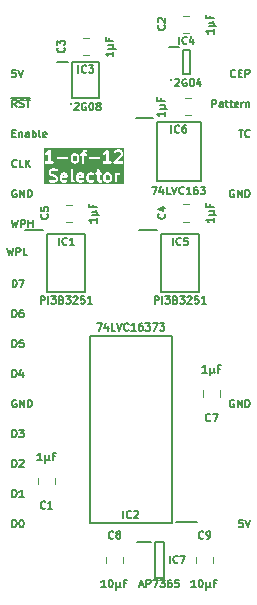
<source format=gto>
%TF.GenerationSoftware,KiCad,Pcbnew,8.0.7*%
%TF.CreationDate,2025-01-06T11:23:46+02:00*%
%TF.ProjectId,Pixel Doubler,50697865-6c20-4446-9f75-626c65722e6b,V0*%
%TF.SameCoordinates,Original*%
%TF.FileFunction,Legend,Top*%
%TF.FilePolarity,Positive*%
%FSLAX46Y46*%
G04 Gerber Fmt 4.6, Leading zero omitted, Abs format (unit mm)*
G04 Created by KiCad (PCBNEW 8.0.7) date 2025-01-06 11:23:46*
%MOMM*%
%LPD*%
G01*
G04 APERTURE LIST*
%ADD10C,0.150000*%
%ADD11C,0.200000*%
%ADD12C,0.120000*%
G04 APERTURE END LIST*
D10*
X1695255Y349036D02*
X1392874Y349036D01*
X1392874Y349036D02*
X1362636Y46655D01*
X1362636Y46655D02*
X1392874Y76894D01*
X1392874Y76894D02*
X1453350Y107132D01*
X1453350Y107132D02*
X1604541Y107132D01*
X1604541Y107132D02*
X1665017Y76894D01*
X1665017Y76894D02*
X1695255Y46655D01*
X1695255Y46655D02*
X1725493Y-13820D01*
X1725493Y-13820D02*
X1725493Y-165010D01*
X1725493Y-165010D02*
X1695255Y-225486D01*
X1695255Y-225486D02*
X1665017Y-255725D01*
X1665017Y-255725D02*
X1604541Y-285963D01*
X1604541Y-285963D02*
X1453350Y-285963D01*
X1453350Y-285963D02*
X1392874Y-255725D01*
X1392874Y-255725D02*
X1362636Y-225486D01*
X1906922Y349036D02*
X2118588Y-285963D01*
X2118588Y-285963D02*
X2330255Y349036D01*
X20922839Y-37750963D02*
X20620458Y-37750963D01*
X20620458Y-37750963D02*
X20590220Y-38053344D01*
X20590220Y-38053344D02*
X20620458Y-38023105D01*
X20620458Y-38023105D02*
X20680934Y-37992867D01*
X20680934Y-37992867D02*
X20832125Y-37992867D01*
X20832125Y-37992867D02*
X20892601Y-38023105D01*
X20892601Y-38023105D02*
X20922839Y-38053344D01*
X20922839Y-38053344D02*
X20953077Y-38113820D01*
X20953077Y-38113820D02*
X20953077Y-38265010D01*
X20953077Y-38265010D02*
X20922839Y-38325486D01*
X20922839Y-38325486D02*
X20892601Y-38355725D01*
X20892601Y-38355725D02*
X20832125Y-38385963D01*
X20832125Y-38385963D02*
X20680934Y-38385963D01*
X20680934Y-38385963D02*
X20620458Y-38355725D01*
X20620458Y-38355725D02*
X20590220Y-38325486D01*
X21134506Y-37750963D02*
X21346172Y-38385963D01*
X21346172Y-38385963D02*
X21557839Y-37750963D01*
X1392874Y-5033344D02*
X1604541Y-5033344D01*
X1695255Y-5365963D02*
X1392874Y-5365963D01*
X1392874Y-5365963D02*
X1392874Y-4730963D01*
X1392874Y-4730963D02*
X1695255Y-4730963D01*
X1967398Y-4942629D02*
X1967398Y-5365963D01*
X1967398Y-5003105D02*
X1997636Y-4972867D01*
X1997636Y-4972867D02*
X2058112Y-4942629D01*
X2058112Y-4942629D02*
X2148827Y-4942629D01*
X2148827Y-4942629D02*
X2209303Y-4972867D01*
X2209303Y-4972867D02*
X2239541Y-5033344D01*
X2239541Y-5033344D02*
X2239541Y-5365963D01*
X2814065Y-5365963D02*
X2814065Y-5033344D01*
X2814065Y-5033344D02*
X2783827Y-4972867D01*
X2783827Y-4972867D02*
X2723351Y-4942629D01*
X2723351Y-4942629D02*
X2602398Y-4942629D01*
X2602398Y-4942629D02*
X2541922Y-4972867D01*
X2814065Y-5335725D02*
X2753589Y-5365963D01*
X2753589Y-5365963D02*
X2602398Y-5365963D01*
X2602398Y-5365963D02*
X2541922Y-5335725D01*
X2541922Y-5335725D02*
X2511684Y-5275248D01*
X2511684Y-5275248D02*
X2511684Y-5214772D01*
X2511684Y-5214772D02*
X2541922Y-5154296D01*
X2541922Y-5154296D02*
X2602398Y-5124058D01*
X2602398Y-5124058D02*
X2753589Y-5124058D01*
X2753589Y-5124058D02*
X2814065Y-5093820D01*
X3116446Y-5365963D02*
X3116446Y-4730963D01*
X3116446Y-4972867D02*
X3176922Y-4942629D01*
X3176922Y-4942629D02*
X3297875Y-4942629D01*
X3297875Y-4942629D02*
X3358351Y-4972867D01*
X3358351Y-4972867D02*
X3388589Y-5003105D01*
X3388589Y-5003105D02*
X3418827Y-5063582D01*
X3418827Y-5063582D02*
X3418827Y-5245010D01*
X3418827Y-5245010D02*
X3388589Y-5305486D01*
X3388589Y-5305486D02*
X3358351Y-5335725D01*
X3358351Y-5335725D02*
X3297875Y-5365963D01*
X3297875Y-5365963D02*
X3176922Y-5365963D01*
X3176922Y-5365963D02*
X3116446Y-5335725D01*
X3781684Y-5365963D02*
X3721208Y-5335725D01*
X3721208Y-5335725D02*
X3690970Y-5275248D01*
X3690970Y-5275248D02*
X3690970Y-4730963D01*
X4265494Y-5335725D02*
X4205018Y-5365963D01*
X4205018Y-5365963D02*
X4084065Y-5365963D01*
X4084065Y-5365963D02*
X4023589Y-5335725D01*
X4023589Y-5335725D02*
X3993351Y-5275248D01*
X3993351Y-5275248D02*
X3993351Y-5033344D01*
X3993351Y-5033344D02*
X4023589Y-4972867D01*
X4023589Y-4972867D02*
X4084065Y-4942629D01*
X4084065Y-4942629D02*
X4205018Y-4942629D01*
X4205018Y-4942629D02*
X4265494Y-4972867D01*
X4265494Y-4972867D02*
X4295732Y-5033344D01*
X4295732Y-5033344D02*
X4295732Y-5093820D01*
X4295732Y-5093820D02*
X3993351Y-5154296D01*
X1392874Y-30765963D02*
X1392874Y-30130963D01*
X1392874Y-30130963D02*
X1544064Y-30130963D01*
X1544064Y-30130963D02*
X1634779Y-30161201D01*
X1634779Y-30161201D02*
X1695255Y-30221677D01*
X1695255Y-30221677D02*
X1725493Y-30282153D01*
X1725493Y-30282153D02*
X1755731Y-30403105D01*
X1755731Y-30403105D02*
X1755731Y-30493820D01*
X1755731Y-30493820D02*
X1725493Y-30614772D01*
X1725493Y-30614772D02*
X1695255Y-30675248D01*
X1695255Y-30675248D02*
X1634779Y-30735725D01*
X1634779Y-30735725D02*
X1544064Y-30765963D01*
X1544064Y-30765963D02*
X1392874Y-30765963D01*
X1967398Y-30130963D02*
X2360493Y-30130963D01*
X2360493Y-30130963D02*
X2148826Y-30372867D01*
X2148826Y-30372867D02*
X2239541Y-30372867D01*
X2239541Y-30372867D02*
X2300017Y-30403105D01*
X2300017Y-30403105D02*
X2330255Y-30433344D01*
X2330255Y-30433344D02*
X2360493Y-30493820D01*
X2360493Y-30493820D02*
X2360493Y-30645010D01*
X2360493Y-30645010D02*
X2330255Y-30705486D01*
X2330255Y-30705486D02*
X2300017Y-30735725D01*
X2300017Y-30735725D02*
X2239541Y-30765963D01*
X2239541Y-30765963D02*
X2058112Y-30765963D01*
X2058112Y-30765963D02*
X1997636Y-30735725D01*
X1997636Y-30735725D02*
X1967398Y-30705486D01*
X18322363Y-2825963D02*
X18322363Y-2190963D01*
X18322363Y-2190963D02*
X18564268Y-2190963D01*
X18564268Y-2190963D02*
X18624744Y-2221201D01*
X18624744Y-2221201D02*
X18654982Y-2251439D01*
X18654982Y-2251439D02*
X18685220Y-2311915D01*
X18685220Y-2311915D02*
X18685220Y-2402629D01*
X18685220Y-2402629D02*
X18654982Y-2463105D01*
X18654982Y-2463105D02*
X18624744Y-2493344D01*
X18624744Y-2493344D02*
X18564268Y-2523582D01*
X18564268Y-2523582D02*
X18322363Y-2523582D01*
X19229506Y-2825963D02*
X19229506Y-2493344D01*
X19229506Y-2493344D02*
X19199268Y-2432867D01*
X19199268Y-2432867D02*
X19138792Y-2402629D01*
X19138792Y-2402629D02*
X19017839Y-2402629D01*
X19017839Y-2402629D02*
X18957363Y-2432867D01*
X19229506Y-2795725D02*
X19169030Y-2825963D01*
X19169030Y-2825963D02*
X19017839Y-2825963D01*
X19017839Y-2825963D02*
X18957363Y-2795725D01*
X18957363Y-2795725D02*
X18927125Y-2735248D01*
X18927125Y-2735248D02*
X18927125Y-2674772D01*
X18927125Y-2674772D02*
X18957363Y-2614296D01*
X18957363Y-2614296D02*
X19017839Y-2584058D01*
X19017839Y-2584058D02*
X19169030Y-2584058D01*
X19169030Y-2584058D02*
X19229506Y-2553820D01*
X19441173Y-2402629D02*
X19683077Y-2402629D01*
X19531887Y-2190963D02*
X19531887Y-2735248D01*
X19531887Y-2735248D02*
X19562125Y-2795725D01*
X19562125Y-2795725D02*
X19622601Y-2825963D01*
X19622601Y-2825963D02*
X19683077Y-2825963D01*
X19804030Y-2402629D02*
X20045934Y-2402629D01*
X19894744Y-2190963D02*
X19894744Y-2735248D01*
X19894744Y-2735248D02*
X19924982Y-2795725D01*
X19924982Y-2795725D02*
X19985458Y-2825963D01*
X19985458Y-2825963D02*
X20045934Y-2825963D01*
X20499506Y-2795725D02*
X20439030Y-2825963D01*
X20439030Y-2825963D02*
X20318077Y-2825963D01*
X20318077Y-2825963D02*
X20257601Y-2795725D01*
X20257601Y-2795725D02*
X20227363Y-2735248D01*
X20227363Y-2735248D02*
X20227363Y-2493344D01*
X20227363Y-2493344D02*
X20257601Y-2432867D01*
X20257601Y-2432867D02*
X20318077Y-2402629D01*
X20318077Y-2402629D02*
X20439030Y-2402629D01*
X20439030Y-2402629D02*
X20499506Y-2432867D01*
X20499506Y-2432867D02*
X20529744Y-2493344D01*
X20529744Y-2493344D02*
X20529744Y-2553820D01*
X20529744Y-2553820D02*
X20227363Y-2614296D01*
X20801887Y-2825963D02*
X20801887Y-2402629D01*
X20801887Y-2523582D02*
X20832125Y-2463105D01*
X20832125Y-2463105D02*
X20862363Y-2432867D01*
X20862363Y-2432867D02*
X20922839Y-2402629D01*
X20922839Y-2402629D02*
X20983316Y-2402629D01*
X21194982Y-2402629D02*
X21194982Y-2825963D01*
X21194982Y-2463105D02*
X21225220Y-2432867D01*
X21225220Y-2432867D02*
X21285696Y-2402629D01*
X21285696Y-2402629D02*
X21376411Y-2402629D01*
X21376411Y-2402629D02*
X21436887Y-2432867D01*
X21436887Y-2432867D02*
X21467125Y-2493344D01*
X21467125Y-2493344D02*
X21467125Y-2825963D01*
X1392874Y-25685963D02*
X1392874Y-25050963D01*
X1392874Y-25050963D02*
X1544064Y-25050963D01*
X1544064Y-25050963D02*
X1634779Y-25081201D01*
X1634779Y-25081201D02*
X1695255Y-25141677D01*
X1695255Y-25141677D02*
X1725493Y-25202153D01*
X1725493Y-25202153D02*
X1755731Y-25323105D01*
X1755731Y-25323105D02*
X1755731Y-25413820D01*
X1755731Y-25413820D02*
X1725493Y-25534772D01*
X1725493Y-25534772D02*
X1695255Y-25595248D01*
X1695255Y-25595248D02*
X1634779Y-25655725D01*
X1634779Y-25655725D02*
X1544064Y-25685963D01*
X1544064Y-25685963D02*
X1392874Y-25685963D01*
X2300017Y-25262629D02*
X2300017Y-25685963D01*
X2148826Y-25020725D02*
X1997636Y-25474296D01*
X1997636Y-25474296D02*
X2390731Y-25474296D01*
X1332398Y-12350963D02*
X1483588Y-12985963D01*
X1483588Y-12985963D02*
X1604541Y-12532391D01*
X1604541Y-12532391D02*
X1725493Y-12985963D01*
X1725493Y-12985963D02*
X1876684Y-12350963D01*
X2118588Y-12985963D02*
X2118588Y-12350963D01*
X2118588Y-12350963D02*
X2360493Y-12350963D01*
X2360493Y-12350963D02*
X2420969Y-12381201D01*
X2420969Y-12381201D02*
X2451207Y-12411439D01*
X2451207Y-12411439D02*
X2481445Y-12471915D01*
X2481445Y-12471915D02*
X2481445Y-12562629D01*
X2481445Y-12562629D02*
X2451207Y-12623105D01*
X2451207Y-12623105D02*
X2420969Y-12653344D01*
X2420969Y-12653344D02*
X2360493Y-12683582D01*
X2360493Y-12683582D02*
X2118588Y-12683582D01*
X2753588Y-12985963D02*
X2753588Y-12350963D01*
X2753588Y-12653344D02*
X3116445Y-12653344D01*
X3116445Y-12985963D02*
X3116445Y-12350963D01*
X20166887Y-9841201D02*
X20106411Y-9810963D01*
X20106411Y-9810963D02*
X20015697Y-9810963D01*
X20015697Y-9810963D02*
X19924982Y-9841201D01*
X19924982Y-9841201D02*
X19864506Y-9901677D01*
X19864506Y-9901677D02*
X19834268Y-9962153D01*
X19834268Y-9962153D02*
X19804030Y-10083105D01*
X19804030Y-10083105D02*
X19804030Y-10173820D01*
X19804030Y-10173820D02*
X19834268Y-10294772D01*
X19834268Y-10294772D02*
X19864506Y-10355248D01*
X19864506Y-10355248D02*
X19924982Y-10415725D01*
X19924982Y-10415725D02*
X20015697Y-10445963D01*
X20015697Y-10445963D02*
X20076173Y-10445963D01*
X20076173Y-10445963D02*
X20166887Y-10415725D01*
X20166887Y-10415725D02*
X20197125Y-10385486D01*
X20197125Y-10385486D02*
X20197125Y-10173820D01*
X20197125Y-10173820D02*
X20076173Y-10173820D01*
X20469268Y-10445963D02*
X20469268Y-9810963D01*
X20469268Y-9810963D02*
X20832125Y-10445963D01*
X20832125Y-10445963D02*
X20832125Y-9810963D01*
X21134506Y-10445963D02*
X21134506Y-9810963D01*
X21134506Y-9810963D02*
X21285696Y-9810963D01*
X21285696Y-9810963D02*
X21376411Y-9841201D01*
X21376411Y-9841201D02*
X21436887Y-9901677D01*
X21436887Y-9901677D02*
X21467125Y-9962153D01*
X21467125Y-9962153D02*
X21497363Y-10083105D01*
X21497363Y-10083105D02*
X21497363Y-10173820D01*
X21497363Y-10173820D02*
X21467125Y-10294772D01*
X21467125Y-10294772D02*
X21436887Y-10355248D01*
X21436887Y-10355248D02*
X21376411Y-10415725D01*
X21376411Y-10415725D02*
X21285696Y-10445963D01*
X21285696Y-10445963D02*
X21134506Y-10445963D01*
X1725493Y-27621201D02*
X1665017Y-27590963D01*
X1665017Y-27590963D02*
X1574303Y-27590963D01*
X1574303Y-27590963D02*
X1483588Y-27621201D01*
X1483588Y-27621201D02*
X1423112Y-27681677D01*
X1423112Y-27681677D02*
X1392874Y-27742153D01*
X1392874Y-27742153D02*
X1362636Y-27863105D01*
X1362636Y-27863105D02*
X1362636Y-27953820D01*
X1362636Y-27953820D02*
X1392874Y-28074772D01*
X1392874Y-28074772D02*
X1423112Y-28135248D01*
X1423112Y-28135248D02*
X1483588Y-28195725D01*
X1483588Y-28195725D02*
X1574303Y-28225963D01*
X1574303Y-28225963D02*
X1634779Y-28225963D01*
X1634779Y-28225963D02*
X1725493Y-28195725D01*
X1725493Y-28195725D02*
X1755731Y-28165486D01*
X1755731Y-28165486D02*
X1755731Y-27953820D01*
X1755731Y-27953820D02*
X1634779Y-27953820D01*
X2027874Y-28225963D02*
X2027874Y-27590963D01*
X2027874Y-27590963D02*
X2390731Y-28225963D01*
X2390731Y-28225963D02*
X2390731Y-27590963D01*
X2693112Y-28225963D02*
X2693112Y-27590963D01*
X2693112Y-27590963D02*
X2844302Y-27590963D01*
X2844302Y-27590963D02*
X2935017Y-27621201D01*
X2935017Y-27621201D02*
X2995493Y-27681677D01*
X2995493Y-27681677D02*
X3025731Y-27742153D01*
X3025731Y-27742153D02*
X3055969Y-27863105D01*
X3055969Y-27863105D02*
X3055969Y-27953820D01*
X3055969Y-27953820D02*
X3025731Y-28074772D01*
X3025731Y-28074772D02*
X2995493Y-28135248D01*
X2995493Y-28135248D02*
X2935017Y-28195725D01*
X2935017Y-28195725D02*
X2844302Y-28225963D01*
X2844302Y-28225963D02*
X2693112Y-28225963D01*
X1392874Y-35845963D02*
X1392874Y-35210963D01*
X1392874Y-35210963D02*
X1544064Y-35210963D01*
X1544064Y-35210963D02*
X1634779Y-35241201D01*
X1634779Y-35241201D02*
X1695255Y-35301677D01*
X1695255Y-35301677D02*
X1725493Y-35362153D01*
X1725493Y-35362153D02*
X1755731Y-35483105D01*
X1755731Y-35483105D02*
X1755731Y-35573820D01*
X1755731Y-35573820D02*
X1725493Y-35694772D01*
X1725493Y-35694772D02*
X1695255Y-35755248D01*
X1695255Y-35755248D02*
X1634779Y-35815725D01*
X1634779Y-35815725D02*
X1544064Y-35845963D01*
X1544064Y-35845963D02*
X1392874Y-35845963D01*
X2360493Y-35845963D02*
X1997636Y-35845963D01*
X2179064Y-35845963D02*
X2179064Y-35210963D01*
X2179064Y-35210963D02*
X2118588Y-35301677D01*
X2118588Y-35301677D02*
X2058112Y-35362153D01*
X2058112Y-35362153D02*
X1997636Y-35392391D01*
X1418274Y-18065963D02*
X1418274Y-17430963D01*
X1418274Y-17430963D02*
X1569464Y-17430963D01*
X1569464Y-17430963D02*
X1660179Y-17461201D01*
X1660179Y-17461201D02*
X1720655Y-17521677D01*
X1720655Y-17521677D02*
X1750893Y-17582153D01*
X1750893Y-17582153D02*
X1781131Y-17703105D01*
X1781131Y-17703105D02*
X1781131Y-17793820D01*
X1781131Y-17793820D02*
X1750893Y-17914772D01*
X1750893Y-17914772D02*
X1720655Y-17975248D01*
X1720655Y-17975248D02*
X1660179Y-18035725D01*
X1660179Y-18035725D02*
X1569464Y-18065963D01*
X1569464Y-18065963D02*
X1418274Y-18065963D01*
X1992798Y-17430963D02*
X2416131Y-17430963D01*
X2416131Y-17430963D02*
X2143988Y-18065963D01*
X20559982Y-4730963D02*
X20922839Y-4730963D01*
X20741410Y-5365963D02*
X20741410Y-4730963D01*
X21497363Y-5305486D02*
X21467125Y-5335725D01*
X21467125Y-5335725D02*
X21376411Y-5365963D01*
X21376411Y-5365963D02*
X21315935Y-5365963D01*
X21315935Y-5365963D02*
X21225220Y-5335725D01*
X21225220Y-5335725D02*
X21164744Y-5275248D01*
X21164744Y-5275248D02*
X21134506Y-5214772D01*
X21134506Y-5214772D02*
X21104268Y-5093820D01*
X21104268Y-5093820D02*
X21104268Y-5003105D01*
X21104268Y-5003105D02*
X21134506Y-4882153D01*
X21134506Y-4882153D02*
X21164744Y-4821677D01*
X21164744Y-4821677D02*
X21225220Y-4761201D01*
X21225220Y-4761201D02*
X21315935Y-4730963D01*
X21315935Y-4730963D02*
X21376411Y-4730963D01*
X21376411Y-4730963D02*
X21467125Y-4761201D01*
X21467125Y-4761201D02*
X21497363Y-4791439D01*
X1755731Y-2825963D02*
X1544064Y-2523582D01*
X1392874Y-2825963D02*
X1392874Y-2190963D01*
X1392874Y-2190963D02*
X1634779Y-2190963D01*
X1634779Y-2190963D02*
X1695255Y-2221201D01*
X1695255Y-2221201D02*
X1725493Y-2251439D01*
X1725493Y-2251439D02*
X1755731Y-2311915D01*
X1755731Y-2311915D02*
X1755731Y-2402629D01*
X1755731Y-2402629D02*
X1725493Y-2463105D01*
X1725493Y-2463105D02*
X1695255Y-2493344D01*
X1695255Y-2493344D02*
X1634779Y-2523582D01*
X1634779Y-2523582D02*
X1392874Y-2523582D01*
X1997636Y-2795725D02*
X2088350Y-2825963D01*
X2088350Y-2825963D02*
X2239541Y-2825963D01*
X2239541Y-2825963D02*
X2300017Y-2795725D01*
X2300017Y-2795725D02*
X2330255Y-2765486D01*
X2330255Y-2765486D02*
X2360493Y-2705010D01*
X2360493Y-2705010D02*
X2360493Y-2644534D01*
X2360493Y-2644534D02*
X2330255Y-2584058D01*
X2330255Y-2584058D02*
X2300017Y-2553820D01*
X2300017Y-2553820D02*
X2239541Y-2523582D01*
X2239541Y-2523582D02*
X2118588Y-2493344D01*
X2118588Y-2493344D02*
X2058112Y-2463105D01*
X2058112Y-2463105D02*
X2027874Y-2432867D01*
X2027874Y-2432867D02*
X1997636Y-2372391D01*
X1997636Y-2372391D02*
X1997636Y-2311915D01*
X1997636Y-2311915D02*
X2027874Y-2251439D01*
X2027874Y-2251439D02*
X2058112Y-2221201D01*
X2058112Y-2221201D02*
X2118588Y-2190963D01*
X2118588Y-2190963D02*
X2269779Y-2190963D01*
X2269779Y-2190963D02*
X2360493Y-2221201D01*
X2541922Y-2190963D02*
X2904779Y-2190963D01*
X2723350Y-2825963D02*
X2723350Y-2190963D01*
X1305184Y-2014675D02*
X2901756Y-2014675D01*
X1392874Y-33305963D02*
X1392874Y-32670963D01*
X1392874Y-32670963D02*
X1544064Y-32670963D01*
X1544064Y-32670963D02*
X1634779Y-32701201D01*
X1634779Y-32701201D02*
X1695255Y-32761677D01*
X1695255Y-32761677D02*
X1725493Y-32822153D01*
X1725493Y-32822153D02*
X1755731Y-32943105D01*
X1755731Y-32943105D02*
X1755731Y-33033820D01*
X1755731Y-33033820D02*
X1725493Y-33154772D01*
X1725493Y-33154772D02*
X1695255Y-33215248D01*
X1695255Y-33215248D02*
X1634779Y-33275725D01*
X1634779Y-33275725D02*
X1544064Y-33305963D01*
X1544064Y-33305963D02*
X1392874Y-33305963D01*
X1997636Y-32731439D02*
X2027874Y-32701201D01*
X2027874Y-32701201D02*
X2088350Y-32670963D01*
X2088350Y-32670963D02*
X2239541Y-32670963D01*
X2239541Y-32670963D02*
X2300017Y-32701201D01*
X2300017Y-32701201D02*
X2330255Y-32731439D01*
X2330255Y-32731439D02*
X2360493Y-32791915D01*
X2360493Y-32791915D02*
X2360493Y-32852391D01*
X2360493Y-32852391D02*
X2330255Y-32943105D01*
X2330255Y-32943105D02*
X1967398Y-33305963D01*
X1967398Y-33305963D02*
X2360493Y-33305963D01*
X1755731Y-7845486D02*
X1725493Y-7875725D01*
X1725493Y-7875725D02*
X1634779Y-7905963D01*
X1634779Y-7905963D02*
X1574303Y-7905963D01*
X1574303Y-7905963D02*
X1483588Y-7875725D01*
X1483588Y-7875725D02*
X1423112Y-7815248D01*
X1423112Y-7815248D02*
X1392874Y-7754772D01*
X1392874Y-7754772D02*
X1362636Y-7633820D01*
X1362636Y-7633820D02*
X1362636Y-7543105D01*
X1362636Y-7543105D02*
X1392874Y-7422153D01*
X1392874Y-7422153D02*
X1423112Y-7361677D01*
X1423112Y-7361677D02*
X1483588Y-7301201D01*
X1483588Y-7301201D02*
X1574303Y-7270963D01*
X1574303Y-7270963D02*
X1634779Y-7270963D01*
X1634779Y-7270963D02*
X1725493Y-7301201D01*
X1725493Y-7301201D02*
X1755731Y-7331439D01*
X2330255Y-7905963D02*
X2027874Y-7905963D01*
X2027874Y-7905963D02*
X2027874Y-7270963D01*
X2541922Y-7905963D02*
X2541922Y-7270963D01*
X2904779Y-7905963D02*
X2632636Y-7543105D01*
X2904779Y-7270963D02*
X2541922Y-7633820D01*
X1392874Y-38385963D02*
X1392874Y-37750963D01*
X1392874Y-37750963D02*
X1544064Y-37750963D01*
X1544064Y-37750963D02*
X1634779Y-37781201D01*
X1634779Y-37781201D02*
X1695255Y-37841677D01*
X1695255Y-37841677D02*
X1725493Y-37902153D01*
X1725493Y-37902153D02*
X1755731Y-38023105D01*
X1755731Y-38023105D02*
X1755731Y-38113820D01*
X1755731Y-38113820D02*
X1725493Y-38234772D01*
X1725493Y-38234772D02*
X1695255Y-38295248D01*
X1695255Y-38295248D02*
X1634779Y-38355725D01*
X1634779Y-38355725D02*
X1544064Y-38385963D01*
X1544064Y-38385963D02*
X1392874Y-38385963D01*
X2148826Y-37750963D02*
X2209303Y-37750963D01*
X2209303Y-37750963D02*
X2269779Y-37781201D01*
X2269779Y-37781201D02*
X2300017Y-37811439D01*
X2300017Y-37811439D02*
X2330255Y-37871915D01*
X2330255Y-37871915D02*
X2360493Y-37992867D01*
X2360493Y-37992867D02*
X2360493Y-38144058D01*
X2360493Y-38144058D02*
X2330255Y-38265010D01*
X2330255Y-38265010D02*
X2300017Y-38325486D01*
X2300017Y-38325486D02*
X2269779Y-38355725D01*
X2269779Y-38355725D02*
X2209303Y-38385963D01*
X2209303Y-38385963D02*
X2148826Y-38385963D01*
X2148826Y-38385963D02*
X2088350Y-38355725D01*
X2088350Y-38355725D02*
X2058112Y-38325486D01*
X2058112Y-38325486D02*
X2027874Y-38265010D01*
X2027874Y-38265010D02*
X1997636Y-38144058D01*
X1997636Y-38144058D02*
X1997636Y-37992867D01*
X1997636Y-37992867D02*
X2027874Y-37871915D01*
X2027874Y-37871915D02*
X2058112Y-37811439D01*
X2058112Y-37811439D02*
X2088350Y-37781201D01*
X2088350Y-37781201D02*
X2148826Y-37750963D01*
X951398Y-14738563D02*
X1102588Y-15373563D01*
X1102588Y-15373563D02*
X1223541Y-14919991D01*
X1223541Y-14919991D02*
X1344493Y-15373563D01*
X1344493Y-15373563D02*
X1495684Y-14738563D01*
X1737588Y-15373563D02*
X1737588Y-14738563D01*
X1737588Y-14738563D02*
X1979493Y-14738563D01*
X1979493Y-14738563D02*
X2039969Y-14768801D01*
X2039969Y-14768801D02*
X2070207Y-14799039D01*
X2070207Y-14799039D02*
X2100445Y-14859515D01*
X2100445Y-14859515D02*
X2100445Y-14950229D01*
X2100445Y-14950229D02*
X2070207Y-15010705D01*
X2070207Y-15010705D02*
X2039969Y-15040944D01*
X2039969Y-15040944D02*
X1979493Y-15071182D01*
X1979493Y-15071182D02*
X1737588Y-15071182D01*
X2674969Y-15373563D02*
X2372588Y-15373563D01*
X2372588Y-15373563D02*
X2372588Y-14738563D01*
D11*
G36*
X5893063Y-8568307D02*
G01*
X5910513Y-8603207D01*
X5639028Y-8657504D01*
X5639028Y-8612616D01*
X5661183Y-8568306D01*
X5705492Y-8546152D01*
X5848754Y-8546152D01*
X5893063Y-8568307D01*
G37*
G36*
X7274016Y-8568307D02*
G01*
X7291466Y-8603207D01*
X7019981Y-8657504D01*
X7019981Y-8612616D01*
X7042136Y-8568306D01*
X7086445Y-8546152D01*
X7229707Y-8546152D01*
X7274016Y-8568307D01*
G37*
G36*
X9575031Y-8575957D02*
G01*
X9599700Y-8600625D01*
X9629505Y-8660235D01*
X9629505Y-8898735D01*
X9599700Y-8958343D01*
X9575031Y-8983013D01*
X9515422Y-9012819D01*
X9419779Y-9012819D01*
X9360169Y-8983014D01*
X9335502Y-8958346D01*
X9305696Y-8898734D01*
X9305696Y-8660235D01*
X9335501Y-8600625D01*
X9360169Y-8575956D01*
X9419779Y-8546152D01*
X9515422Y-8546152D01*
X9575031Y-8575957D01*
G37*
G36*
X6813125Y-6966013D02*
G01*
X6837794Y-6990681D01*
X6867599Y-7050291D01*
X6867599Y-7288791D01*
X6837794Y-7348399D01*
X6813125Y-7373069D01*
X6753516Y-7402875D01*
X6657873Y-7402875D01*
X6598263Y-7373070D01*
X6573596Y-7348402D01*
X6543790Y-7288790D01*
X6543790Y-7050291D01*
X6573595Y-6990681D01*
X6598263Y-6966012D01*
X6657873Y-6936208D01*
X6753516Y-6936208D01*
X6813125Y-6966013D01*
G37*
G36*
X10892996Y-9323930D02*
G01*
X4042988Y-9323930D01*
X4042988Y-8303295D01*
X4486647Y-8303295D01*
X4486647Y-8398533D01*
X4488568Y-8418042D01*
X4489943Y-8421362D01*
X4490198Y-8424946D01*
X4497204Y-8443254D01*
X4544823Y-8538492D01*
X4550108Y-8546888D01*
X4551119Y-8549328D01*
X4553372Y-8552074D01*
X4555266Y-8555082D01*
X4557260Y-8556811D01*
X4563555Y-8564482D01*
X4611174Y-8612100D01*
X4618840Y-8618392D01*
X4620573Y-8620390D01*
X4623581Y-8622283D01*
X4626327Y-8624537D01*
X4628767Y-8625547D01*
X4637164Y-8630833D01*
X4732401Y-8678452D01*
X4733829Y-8678998D01*
X4734409Y-8679428D01*
X4742585Y-8682349D01*
X4750710Y-8685458D01*
X4751430Y-8685509D01*
X4752869Y-8686023D01*
X4932694Y-8730979D01*
X5003601Y-8766433D01*
X5028270Y-8791101D01*
X5058075Y-8850711D01*
X5058075Y-8898735D01*
X5028270Y-8958343D01*
X5003601Y-8983013D01*
X4943992Y-9012819D01*
X4745730Y-9012819D01*
X4618270Y-8970332D01*
X4599154Y-8965985D01*
X4560234Y-8968751D01*
X4525335Y-8986201D01*
X4499770Y-9015677D01*
X4487432Y-9052693D01*
X4490198Y-9091613D01*
X4507648Y-9126512D01*
X4537124Y-9152077D01*
X4555024Y-9160068D01*
X4697881Y-9207687D01*
X4707553Y-9209886D01*
X4709995Y-9210898D01*
X4713532Y-9211246D01*
X4716996Y-9212034D01*
X4719630Y-9211846D01*
X4729504Y-9212819D01*
X4967599Y-9212819D01*
X4987108Y-9210898D01*
X4990428Y-9209522D01*
X4994012Y-9209268D01*
X5012320Y-9202262D01*
X5107558Y-9154643D01*
X5115953Y-9149358D01*
X5118395Y-9148347D01*
X5121142Y-9146091D01*
X5124148Y-9144200D01*
X5125878Y-9142205D01*
X5133548Y-9135910D01*
X5181167Y-9088290D01*
X5187459Y-9080623D01*
X5189456Y-9078892D01*
X5191349Y-9075884D01*
X5193604Y-9073137D01*
X5194615Y-9070695D01*
X5199899Y-9062301D01*
X5247518Y-8967064D01*
X5254524Y-8948755D01*
X5254778Y-8945171D01*
X5256154Y-8941851D01*
X5258075Y-8922342D01*
X5258075Y-8827104D01*
X5256154Y-8807595D01*
X5254778Y-8804274D01*
X5254524Y-8800691D01*
X5247518Y-8782382D01*
X5199899Y-8687145D01*
X5194613Y-8678748D01*
X5193603Y-8676308D01*
X5191349Y-8673562D01*
X5189456Y-8670554D01*
X5187458Y-8668821D01*
X5181166Y-8661155D01*
X5133548Y-8613536D01*
X5125877Y-8607241D01*
X5124148Y-8605247D01*
X5121140Y-8603353D01*
X5118394Y-8601100D01*
X5115954Y-8600089D01*
X5107558Y-8594804D01*
X5095968Y-8589009D01*
X5439028Y-8589009D01*
X5439028Y-8969961D01*
X5440949Y-8989470D01*
X5442324Y-8992790D01*
X5442579Y-8996373D01*
X5449585Y-9014682D01*
X5497204Y-9109921D01*
X5499257Y-9113184D01*
X5499771Y-9114723D01*
X5501433Y-9116639D01*
X5507647Y-9126511D01*
X5517118Y-9134725D01*
X5525335Y-9144200D01*
X5535205Y-9150412D01*
X5537123Y-9152076D01*
X5538663Y-9152589D01*
X5541926Y-9154643D01*
X5637163Y-9202262D01*
X5655472Y-9209268D01*
X5659055Y-9209522D01*
X5662376Y-9210898D01*
X5681885Y-9212819D01*
X5872361Y-9212819D01*
X5891870Y-9210898D01*
X5895190Y-9209522D01*
X5898774Y-9209268D01*
X5917082Y-9202262D01*
X6012320Y-9154643D01*
X6028910Y-9144200D01*
X6054475Y-9114723D01*
X6066813Y-9077707D01*
X6064048Y-9038787D01*
X6046599Y-9003889D01*
X6017122Y-8978324D01*
X5980106Y-8965985D01*
X5941186Y-8968751D01*
X5922877Y-8975757D01*
X5848754Y-9012819D01*
X5705492Y-9012819D01*
X5661182Y-8990664D01*
X5639028Y-8946354D01*
X5639028Y-8861465D01*
X6034724Y-8782326D01*
X6034727Y-8782326D01*
X6034729Y-8782324D01*
X6034829Y-8782305D01*
X6053583Y-8776595D01*
X6061723Y-8771143D01*
X6070775Y-8767394D01*
X6077776Y-8760392D01*
X6086002Y-8754884D01*
X6091436Y-8746732D01*
X6098365Y-8739804D01*
X6102154Y-8730656D01*
X6107646Y-8722419D01*
X6109547Y-8712808D01*
X6113297Y-8703756D01*
X6115218Y-8684247D01*
X6115218Y-8589009D01*
X6113297Y-8569500D01*
X6111921Y-8566179D01*
X6111667Y-8562596D01*
X6104661Y-8544287D01*
X6057042Y-8449050D01*
X6054987Y-8445786D01*
X6054475Y-8444248D01*
X6052813Y-8442332D01*
X6046599Y-8432459D01*
X6037123Y-8424241D01*
X6028910Y-8414771D01*
X6019038Y-8408557D01*
X6017122Y-8406895D01*
X6015583Y-8406381D01*
X6012320Y-8404328D01*
X5917082Y-8356709D01*
X5898774Y-8349703D01*
X5895190Y-8349448D01*
X5891870Y-8348073D01*
X5872361Y-8346152D01*
X5681885Y-8346152D01*
X5662376Y-8348073D01*
X5659055Y-8349448D01*
X5655472Y-8349703D01*
X5637163Y-8356709D01*
X5541926Y-8404328D01*
X5538662Y-8406382D01*
X5537124Y-8406895D01*
X5535208Y-8408556D01*
X5525335Y-8414771D01*
X5517117Y-8424246D01*
X5507647Y-8432460D01*
X5501433Y-8442331D01*
X5499771Y-8444248D01*
X5499257Y-8445786D01*
X5497204Y-8449050D01*
X5449585Y-8544288D01*
X5442579Y-8562596D01*
X5442324Y-8566179D01*
X5440949Y-8569500D01*
X5439028Y-8589009D01*
X5095968Y-8589009D01*
X5012320Y-8547185D01*
X5010893Y-8546639D01*
X5010313Y-8546209D01*
X5002136Y-8543287D01*
X4994012Y-8540179D01*
X4993289Y-8540127D01*
X4991852Y-8539614D01*
X4812027Y-8494657D01*
X4741120Y-8459204D01*
X4716452Y-8434535D01*
X4686647Y-8374925D01*
X4686647Y-8326902D01*
X4716452Y-8267292D01*
X4741120Y-8242623D01*
X4800730Y-8212819D01*
X4998991Y-8212819D01*
X5126452Y-8255306D01*
X5145567Y-8259653D01*
X5184487Y-8256887D01*
X5219386Y-8239437D01*
X5244951Y-8209961D01*
X5257290Y-8172945D01*
X5254523Y-8134025D01*
X5243920Y-8112819D01*
X6343790Y-8112819D01*
X6343790Y-8969961D01*
X6345711Y-8989470D01*
X6347086Y-8992790D01*
X6347341Y-8996373D01*
X6354347Y-9014682D01*
X6401966Y-9109921D01*
X6404019Y-9113184D01*
X6404533Y-9114723D01*
X6406195Y-9116639D01*
X6412409Y-9126511D01*
X6421880Y-9134725D01*
X6430097Y-9144200D01*
X6439967Y-9150412D01*
X6441885Y-9152076D01*
X6443425Y-9152589D01*
X6446688Y-9154643D01*
X6541925Y-9202262D01*
X6560234Y-9209268D01*
X6599154Y-9212034D01*
X6636170Y-9199695D01*
X6665647Y-9174130D01*
X6683096Y-9139232D01*
X6685861Y-9100312D01*
X6673523Y-9063296D01*
X6647958Y-9033819D01*
X6631368Y-9023376D01*
X6565944Y-8990664D01*
X6543790Y-8946354D01*
X6543790Y-8589009D01*
X6819981Y-8589009D01*
X6819981Y-8969961D01*
X6821902Y-8989470D01*
X6823277Y-8992790D01*
X6823532Y-8996373D01*
X6830538Y-9014682D01*
X6878157Y-9109921D01*
X6880210Y-9113184D01*
X6880724Y-9114723D01*
X6882386Y-9116639D01*
X6888600Y-9126511D01*
X6898071Y-9134725D01*
X6906288Y-9144200D01*
X6916158Y-9150412D01*
X6918076Y-9152076D01*
X6919616Y-9152589D01*
X6922879Y-9154643D01*
X7018116Y-9202262D01*
X7036425Y-9209268D01*
X7040008Y-9209522D01*
X7043329Y-9210898D01*
X7062838Y-9212819D01*
X7253314Y-9212819D01*
X7272823Y-9210898D01*
X7276143Y-9209522D01*
X7279727Y-9209268D01*
X7298035Y-9202262D01*
X7393273Y-9154643D01*
X7409863Y-9144200D01*
X7435428Y-9114723D01*
X7447766Y-9077707D01*
X7445001Y-9038787D01*
X7427552Y-9003889D01*
X7398075Y-8978324D01*
X7361059Y-8965985D01*
X7322139Y-8968751D01*
X7303830Y-8975757D01*
X7229707Y-9012819D01*
X7086445Y-9012819D01*
X7042135Y-8990664D01*
X7019981Y-8946354D01*
X7019981Y-8861465D01*
X7415677Y-8782326D01*
X7415680Y-8782326D01*
X7415682Y-8782324D01*
X7415782Y-8782305D01*
X7434536Y-8776595D01*
X7442676Y-8771143D01*
X7451728Y-8767394D01*
X7458729Y-8760392D01*
X7466955Y-8754884D01*
X7472389Y-8746732D01*
X7479318Y-8739804D01*
X7483107Y-8730656D01*
X7488599Y-8722419D01*
X7490500Y-8712808D01*
X7494250Y-8703756D01*
X7496171Y-8684247D01*
X7496171Y-8636628D01*
X7677124Y-8636628D01*
X7677124Y-8922342D01*
X7679045Y-8941851D01*
X7680420Y-8945171D01*
X7680675Y-8948755D01*
X7687681Y-8967063D01*
X7735300Y-9062301D01*
X7740583Y-9070693D01*
X7741595Y-9073137D01*
X7743851Y-9075886D01*
X7745743Y-9078891D01*
X7747737Y-9080620D01*
X7754032Y-9088290D01*
X7801650Y-9135910D01*
X7809318Y-9142203D01*
X7811050Y-9144200D01*
X7814058Y-9146093D01*
X7816804Y-9148347D01*
X7819244Y-9149357D01*
X7827641Y-9154643D01*
X7922878Y-9202262D01*
X7941187Y-9209268D01*
X7944770Y-9209522D01*
X7948091Y-9210898D01*
X7967600Y-9212819D01*
X8158076Y-9212819D01*
X8177585Y-9210898D01*
X8180905Y-9209522D01*
X8184489Y-9209268D01*
X8202797Y-9202262D01*
X8298035Y-9154643D01*
X8314625Y-9144200D01*
X8340190Y-9114723D01*
X8352528Y-9077707D01*
X8349763Y-9038787D01*
X8332314Y-9003889D01*
X8302837Y-8978324D01*
X8265821Y-8965985D01*
X8226901Y-8968751D01*
X8208592Y-8975757D01*
X8134469Y-9012819D01*
X7991207Y-9012819D01*
X7931597Y-8983014D01*
X7906930Y-8958346D01*
X7877124Y-8898734D01*
X7877124Y-8660235D01*
X7906929Y-8600625D01*
X7931597Y-8575956D01*
X7991207Y-8546152D01*
X8134469Y-8546152D01*
X8208592Y-8583214D01*
X8226901Y-8590220D01*
X8265821Y-8592986D01*
X8302837Y-8580647D01*
X8332314Y-8555082D01*
X8349763Y-8520184D01*
X8352528Y-8481264D01*
X8340190Y-8444248D01*
X8324921Y-8426643D01*
X8440950Y-8426643D01*
X8440950Y-8465661D01*
X8455882Y-8501709D01*
X8483472Y-8529299D01*
X8519520Y-8544231D01*
X8539029Y-8546152D01*
X8581886Y-8546152D01*
X8581886Y-8969961D01*
X8583807Y-8989470D01*
X8585182Y-8992790D01*
X8585437Y-8996373D01*
X8592443Y-9014682D01*
X8640062Y-9109921D01*
X8642115Y-9113184D01*
X8642629Y-9114723D01*
X8644291Y-9116639D01*
X8650505Y-9126511D01*
X8659976Y-9134725D01*
X8668193Y-9144200D01*
X8678063Y-9150412D01*
X8679981Y-9152076D01*
X8681521Y-9152589D01*
X8684784Y-9154643D01*
X8780021Y-9202262D01*
X8798330Y-9209268D01*
X8801913Y-9209522D01*
X8805234Y-9210898D01*
X8824743Y-9212819D01*
X8919981Y-9212819D01*
X8939490Y-9210898D01*
X8975538Y-9195966D01*
X9003128Y-9168376D01*
X9018060Y-9132328D01*
X9018060Y-9093310D01*
X9003128Y-9057262D01*
X8975538Y-9029672D01*
X8939490Y-9014740D01*
X8919981Y-9012819D01*
X8848350Y-9012819D01*
X8804040Y-8990664D01*
X8781886Y-8946354D01*
X8781886Y-8636628D01*
X9105696Y-8636628D01*
X9105696Y-8922342D01*
X9107617Y-8941851D01*
X9108992Y-8945171D01*
X9109247Y-8948755D01*
X9116253Y-8967063D01*
X9163872Y-9062301D01*
X9169155Y-9070693D01*
X9170167Y-9073137D01*
X9172423Y-9075886D01*
X9174315Y-9078891D01*
X9176309Y-9080620D01*
X9182604Y-9088290D01*
X9230222Y-9135910D01*
X9237890Y-9142203D01*
X9239622Y-9144200D01*
X9242630Y-9146093D01*
X9245376Y-9148347D01*
X9247816Y-9149357D01*
X9256213Y-9154643D01*
X9351450Y-9202262D01*
X9369759Y-9209268D01*
X9373342Y-9209522D01*
X9376663Y-9210898D01*
X9396172Y-9212819D01*
X9539029Y-9212819D01*
X9558538Y-9210898D01*
X9561858Y-9209522D01*
X9565442Y-9209268D01*
X9583750Y-9202262D01*
X9678988Y-9154643D01*
X9687383Y-9149358D01*
X9689825Y-9148347D01*
X9692572Y-9146091D01*
X9695578Y-9144200D01*
X9697308Y-9142205D01*
X9704978Y-9135910D01*
X9752597Y-9088290D01*
X9758889Y-9080623D01*
X9760886Y-9078892D01*
X9762779Y-9075884D01*
X9765034Y-9073137D01*
X9766045Y-9070695D01*
X9771329Y-9062301D01*
X9818948Y-8967064D01*
X9825954Y-8948755D01*
X9826208Y-8945171D01*
X9827584Y-8941851D01*
X9829505Y-8922342D01*
X9829505Y-8636628D01*
X9827584Y-8617119D01*
X9826208Y-8613798D01*
X9825954Y-8610215D01*
X9818948Y-8591906D01*
X9771329Y-8496669D01*
X9766043Y-8488272D01*
X9765033Y-8485832D01*
X9762779Y-8483086D01*
X9760886Y-8480078D01*
X9758888Y-8478345D01*
X9752596Y-8470679D01*
X9728070Y-8446152D01*
X10058077Y-8446152D01*
X10058077Y-9112819D01*
X10059998Y-9132328D01*
X10074930Y-9168376D01*
X10102520Y-9195966D01*
X10138568Y-9210898D01*
X10177586Y-9210898D01*
X10213634Y-9195966D01*
X10241224Y-9168376D01*
X10256156Y-9132328D01*
X10258077Y-9112819D01*
X10258077Y-8660235D01*
X10287882Y-8600625D01*
X10312550Y-8575956D01*
X10372160Y-8546152D01*
X10443791Y-8546152D01*
X10463300Y-8544231D01*
X10499348Y-8529299D01*
X10526938Y-8501709D01*
X10541870Y-8465661D01*
X10541870Y-8426643D01*
X10526938Y-8390595D01*
X10499348Y-8363005D01*
X10463300Y-8348073D01*
X10443791Y-8346152D01*
X10348553Y-8346152D01*
X10329044Y-8348073D01*
X10325723Y-8349448D01*
X10322140Y-8349703D01*
X10303831Y-8356709D01*
X10239502Y-8388873D01*
X10213634Y-8363005D01*
X10177586Y-8348073D01*
X10138568Y-8348073D01*
X10102520Y-8363005D01*
X10074930Y-8390595D01*
X10059998Y-8426643D01*
X10058077Y-8446152D01*
X9728070Y-8446152D01*
X9704978Y-8423060D01*
X9697307Y-8416765D01*
X9695578Y-8414771D01*
X9692570Y-8412877D01*
X9689824Y-8410624D01*
X9687384Y-8409613D01*
X9678988Y-8404328D01*
X9583750Y-8356709D01*
X9565442Y-8349703D01*
X9561858Y-8349448D01*
X9558538Y-8348073D01*
X9539029Y-8346152D01*
X9396172Y-8346152D01*
X9376663Y-8348073D01*
X9373342Y-8349448D01*
X9369759Y-8349703D01*
X9351450Y-8356709D01*
X9256213Y-8404328D01*
X9247816Y-8409613D01*
X9245376Y-8410624D01*
X9242630Y-8412877D01*
X9239622Y-8414771D01*
X9237889Y-8416768D01*
X9230223Y-8423061D01*
X9182604Y-8470679D01*
X9176309Y-8478349D01*
X9174315Y-8480079D01*
X9172421Y-8483086D01*
X9170168Y-8485833D01*
X9169157Y-8488272D01*
X9163872Y-8496669D01*
X9116253Y-8591907D01*
X9109247Y-8610215D01*
X9108992Y-8613798D01*
X9107617Y-8617119D01*
X9105696Y-8636628D01*
X8781886Y-8636628D01*
X8781886Y-8546152D01*
X8919981Y-8546152D01*
X8939490Y-8544231D01*
X8975538Y-8529299D01*
X9003128Y-8501709D01*
X9018060Y-8465661D01*
X9018060Y-8426643D01*
X9003128Y-8390595D01*
X8975538Y-8363005D01*
X8939490Y-8348073D01*
X8919981Y-8346152D01*
X8781886Y-8346152D01*
X8781886Y-8112819D01*
X8779965Y-8093310D01*
X8765033Y-8057262D01*
X8737443Y-8029672D01*
X8701395Y-8014740D01*
X8662377Y-8014740D01*
X8626329Y-8029672D01*
X8598739Y-8057262D01*
X8583807Y-8093310D01*
X8581886Y-8112819D01*
X8581886Y-8346152D01*
X8539029Y-8346152D01*
X8519520Y-8348073D01*
X8483472Y-8363005D01*
X8455882Y-8390595D01*
X8440950Y-8426643D01*
X8324921Y-8426643D01*
X8314625Y-8414771D01*
X8298035Y-8404328D01*
X8202797Y-8356709D01*
X8184489Y-8349703D01*
X8180905Y-8349448D01*
X8177585Y-8348073D01*
X8158076Y-8346152D01*
X7967600Y-8346152D01*
X7948091Y-8348073D01*
X7944770Y-8349448D01*
X7941187Y-8349703D01*
X7922878Y-8356709D01*
X7827641Y-8404328D01*
X7819244Y-8409613D01*
X7816804Y-8410624D01*
X7814058Y-8412877D01*
X7811050Y-8414771D01*
X7809317Y-8416768D01*
X7801651Y-8423061D01*
X7754032Y-8470679D01*
X7747737Y-8478349D01*
X7745743Y-8480079D01*
X7743849Y-8483086D01*
X7741596Y-8485833D01*
X7740585Y-8488272D01*
X7735300Y-8496669D01*
X7687681Y-8591907D01*
X7680675Y-8610215D01*
X7680420Y-8613798D01*
X7679045Y-8617119D01*
X7677124Y-8636628D01*
X7496171Y-8636628D01*
X7496171Y-8589009D01*
X7494250Y-8569500D01*
X7492874Y-8566179D01*
X7492620Y-8562596D01*
X7485614Y-8544287D01*
X7437995Y-8449050D01*
X7435940Y-8445786D01*
X7435428Y-8444248D01*
X7433766Y-8442332D01*
X7427552Y-8432459D01*
X7418076Y-8424241D01*
X7409863Y-8414771D01*
X7399991Y-8408557D01*
X7398075Y-8406895D01*
X7396536Y-8406381D01*
X7393273Y-8404328D01*
X7298035Y-8356709D01*
X7279727Y-8349703D01*
X7276143Y-8349448D01*
X7272823Y-8348073D01*
X7253314Y-8346152D01*
X7062838Y-8346152D01*
X7043329Y-8348073D01*
X7040008Y-8349448D01*
X7036425Y-8349703D01*
X7018116Y-8356709D01*
X6922879Y-8404328D01*
X6919615Y-8406382D01*
X6918077Y-8406895D01*
X6916161Y-8408556D01*
X6906288Y-8414771D01*
X6898070Y-8424246D01*
X6888600Y-8432460D01*
X6882386Y-8442331D01*
X6880724Y-8444248D01*
X6880210Y-8445786D01*
X6878157Y-8449050D01*
X6830538Y-8544288D01*
X6823532Y-8562596D01*
X6823277Y-8566179D01*
X6821902Y-8569500D01*
X6819981Y-8589009D01*
X6543790Y-8589009D01*
X6543790Y-8112819D01*
X6541869Y-8093310D01*
X6526937Y-8057262D01*
X6499347Y-8029672D01*
X6463299Y-8014740D01*
X6424281Y-8014740D01*
X6388233Y-8029672D01*
X6360643Y-8057262D01*
X6345711Y-8093310D01*
X6343790Y-8112819D01*
X5243920Y-8112819D01*
X5237074Y-8099126D01*
X5207598Y-8073561D01*
X5189697Y-8065570D01*
X5046841Y-8017951D01*
X5037169Y-8015751D01*
X5034727Y-8014740D01*
X5031188Y-8014391D01*
X5027725Y-8013604D01*
X5025091Y-8013791D01*
X5015218Y-8012819D01*
X4777123Y-8012819D01*
X4757614Y-8014740D01*
X4754293Y-8016115D01*
X4750710Y-8016370D01*
X4732401Y-8023376D01*
X4637164Y-8070995D01*
X4628767Y-8076280D01*
X4626327Y-8077291D01*
X4623581Y-8079544D01*
X4620573Y-8081438D01*
X4618840Y-8083435D01*
X4611174Y-8089728D01*
X4563555Y-8137346D01*
X4557260Y-8145016D01*
X4555266Y-8146746D01*
X4553372Y-8149753D01*
X4551119Y-8152500D01*
X4550108Y-8154939D01*
X4544823Y-8163336D01*
X4497204Y-8258574D01*
X4490198Y-8276882D01*
X4489943Y-8280465D01*
X4488568Y-8283786D01*
X4486647Y-8303295D01*
X4042988Y-8303295D01*
X4042988Y-6776082D01*
X4154099Y-6776082D01*
X4156865Y-6815002D01*
X4174314Y-6849901D01*
X4203791Y-6875465D01*
X4240807Y-6887804D01*
X4279727Y-6885038D01*
X4298035Y-6878032D01*
X4393273Y-6830413D01*
X4401669Y-6825127D01*
X4404109Y-6824117D01*
X4406855Y-6821863D01*
X4409863Y-6819970D01*
X4411592Y-6817975D01*
X4419263Y-6811681D01*
X4439028Y-6791916D01*
X4439028Y-7402875D01*
X4253314Y-7402875D01*
X4233805Y-7404796D01*
X4197757Y-7419728D01*
X4170167Y-7447318D01*
X4155235Y-7483366D01*
X4155235Y-7522384D01*
X4170167Y-7558432D01*
X4197757Y-7586022D01*
X4233805Y-7600954D01*
X4253314Y-7602875D01*
X4824742Y-7602875D01*
X4844251Y-7600954D01*
X4880299Y-7586022D01*
X4907889Y-7558432D01*
X4922821Y-7522384D01*
X4922821Y-7483366D01*
X4907889Y-7447318D01*
X4880299Y-7419728D01*
X4844251Y-7404796D01*
X4824742Y-7402875D01*
X4639028Y-7402875D01*
X4639028Y-7102413D01*
X5155235Y-7102413D01*
X5155235Y-7141431D01*
X5170167Y-7177479D01*
X5197757Y-7205069D01*
X5233805Y-7220001D01*
X5253314Y-7221922D01*
X6015219Y-7221922D01*
X6034728Y-7220001D01*
X6070776Y-7205069D01*
X6098366Y-7177479D01*
X6113298Y-7141431D01*
X6113298Y-7102413D01*
X6098366Y-7066365D01*
X6070776Y-7038775D01*
X6041587Y-7026684D01*
X6343790Y-7026684D01*
X6343790Y-7312398D01*
X6345711Y-7331907D01*
X6347086Y-7335227D01*
X6347341Y-7338811D01*
X6354347Y-7357119D01*
X6401966Y-7452357D01*
X6407249Y-7460749D01*
X6408261Y-7463193D01*
X6410517Y-7465942D01*
X6412409Y-7468947D01*
X6414403Y-7470676D01*
X6420698Y-7478346D01*
X6468316Y-7525966D01*
X6475984Y-7532259D01*
X6477716Y-7534256D01*
X6480724Y-7536149D01*
X6483470Y-7538403D01*
X6485910Y-7539413D01*
X6494307Y-7544699D01*
X6589544Y-7592318D01*
X6607853Y-7599324D01*
X6611436Y-7599578D01*
X6614757Y-7600954D01*
X6634266Y-7602875D01*
X6777123Y-7602875D01*
X6796632Y-7600954D01*
X6799952Y-7599578D01*
X6803536Y-7599324D01*
X6821844Y-7592318D01*
X6917082Y-7544699D01*
X6925477Y-7539414D01*
X6927919Y-7538403D01*
X6930666Y-7536147D01*
X6933672Y-7534256D01*
X6935402Y-7532261D01*
X6943072Y-7525966D01*
X6990691Y-7478346D01*
X6996983Y-7470679D01*
X6998980Y-7468948D01*
X7000873Y-7465940D01*
X7003128Y-7463193D01*
X7004139Y-7460751D01*
X7009423Y-7452357D01*
X7057042Y-7357120D01*
X7064048Y-7338811D01*
X7064302Y-7335227D01*
X7065678Y-7331907D01*
X7067599Y-7312398D01*
X7067599Y-7026684D01*
X7065678Y-7007175D01*
X7064302Y-7003854D01*
X7064048Y-7000271D01*
X7057042Y-6981962D01*
X7009423Y-6886725D01*
X7004137Y-6878328D01*
X7003127Y-6875888D01*
X7000873Y-6873142D01*
X6998980Y-6870134D01*
X6996982Y-6868401D01*
X6990690Y-6860735D01*
X6946655Y-6816699D01*
X7155235Y-6816699D01*
X7155235Y-6855717D01*
X7170167Y-6891765D01*
X7197757Y-6919355D01*
X7233805Y-6934287D01*
X7253314Y-6936208D01*
X7296171Y-6936208D01*
X7296171Y-7502875D01*
X7298092Y-7522384D01*
X7313024Y-7558432D01*
X7340614Y-7586022D01*
X7376662Y-7600954D01*
X7415680Y-7600954D01*
X7451728Y-7586022D01*
X7479318Y-7558432D01*
X7494250Y-7522384D01*
X7496171Y-7502875D01*
X7496171Y-7102413D01*
X7869521Y-7102413D01*
X7869521Y-7141431D01*
X7884453Y-7177479D01*
X7912043Y-7205069D01*
X7948091Y-7220001D01*
X7967600Y-7221922D01*
X8729505Y-7221922D01*
X8749014Y-7220001D01*
X8785062Y-7205069D01*
X8812652Y-7177479D01*
X8827584Y-7141431D01*
X8827584Y-7102413D01*
X8812652Y-7066365D01*
X8785062Y-7038775D01*
X8749014Y-7023843D01*
X8729505Y-7021922D01*
X7967600Y-7021922D01*
X7948091Y-7023843D01*
X7912043Y-7038775D01*
X7884453Y-7066365D01*
X7869521Y-7102413D01*
X7496171Y-7102413D01*
X7496171Y-6936208D01*
X7634266Y-6936208D01*
X7653775Y-6934287D01*
X7689823Y-6919355D01*
X7717413Y-6891765D01*
X7732345Y-6855717D01*
X7732345Y-6816699D01*
X7717413Y-6780651D01*
X7712844Y-6776082D01*
X9058861Y-6776082D01*
X9061627Y-6815002D01*
X9079076Y-6849901D01*
X9108553Y-6875465D01*
X9145569Y-6887804D01*
X9184489Y-6885038D01*
X9202797Y-6878032D01*
X9298035Y-6830413D01*
X9306431Y-6825127D01*
X9308871Y-6824117D01*
X9311617Y-6821863D01*
X9314625Y-6819970D01*
X9316354Y-6817975D01*
X9324025Y-6811681D01*
X9343790Y-6791916D01*
X9343790Y-7402875D01*
X9158076Y-7402875D01*
X9138567Y-7404796D01*
X9102519Y-7419728D01*
X9074929Y-7447318D01*
X9059997Y-7483366D01*
X9059997Y-7522384D01*
X9074929Y-7558432D01*
X9102519Y-7586022D01*
X9138567Y-7600954D01*
X9158076Y-7602875D01*
X9729504Y-7602875D01*
X9749013Y-7600954D01*
X9785061Y-7586022D01*
X9812651Y-7558432D01*
X9827583Y-7522384D01*
X9827583Y-7483366D01*
X9964759Y-7483366D01*
X9964759Y-7522384D01*
X9979691Y-7558432D01*
X10007281Y-7586022D01*
X10043329Y-7600954D01*
X10062838Y-7602875D01*
X10681885Y-7602875D01*
X10701394Y-7600954D01*
X10737442Y-7586022D01*
X10765032Y-7558432D01*
X10779964Y-7522384D01*
X10779964Y-7483366D01*
X10765032Y-7447318D01*
X10737442Y-7419728D01*
X10701394Y-7404796D01*
X10681885Y-7402875D01*
X10304260Y-7402875D01*
X10704977Y-7002157D01*
X10717413Y-6987003D01*
X10718787Y-6983684D01*
X10721143Y-6980969D01*
X10729134Y-6963069D01*
X10776753Y-6820212D01*
X10778952Y-6810539D01*
X10779964Y-6808098D01*
X10780312Y-6804560D01*
X10781100Y-6801097D01*
X10780912Y-6798462D01*
X10781885Y-6788589D01*
X10781885Y-6693351D01*
X10779964Y-6673842D01*
X10778588Y-6670521D01*
X10778334Y-6666938D01*
X10771328Y-6648629D01*
X10723709Y-6553392D01*
X10718423Y-6544995D01*
X10717413Y-6542555D01*
X10715159Y-6539809D01*
X10713266Y-6536801D01*
X10711268Y-6535068D01*
X10704976Y-6527402D01*
X10657358Y-6479783D01*
X10649687Y-6473488D01*
X10647958Y-6471494D01*
X10644950Y-6469600D01*
X10642204Y-6467347D01*
X10639764Y-6466336D01*
X10631368Y-6461051D01*
X10536130Y-6413432D01*
X10517822Y-6406426D01*
X10514238Y-6406171D01*
X10510918Y-6404796D01*
X10491409Y-6402875D01*
X10253314Y-6402875D01*
X10233805Y-6404796D01*
X10230484Y-6406171D01*
X10226901Y-6406426D01*
X10208592Y-6413432D01*
X10113355Y-6461051D01*
X10104958Y-6466336D01*
X10102518Y-6467347D01*
X10099772Y-6469600D01*
X10096764Y-6471494D01*
X10095031Y-6473491D01*
X10087365Y-6479784D01*
X10039746Y-6527402D01*
X10027310Y-6542556D01*
X10012378Y-6578604D01*
X10012378Y-6617622D01*
X10027310Y-6653670D01*
X10054900Y-6681260D01*
X10090948Y-6696192D01*
X10129966Y-6696192D01*
X10166014Y-6681260D01*
X10181168Y-6668824D01*
X10217311Y-6632679D01*
X10276921Y-6602875D01*
X10467802Y-6602875D01*
X10527411Y-6632680D01*
X10552080Y-6657348D01*
X10581885Y-6716958D01*
X10581885Y-6772362D01*
X10546863Y-6877426D01*
X9992127Y-7432164D01*
X9979691Y-7447318D01*
X9964759Y-7483366D01*
X9827583Y-7483366D01*
X9812651Y-7447318D01*
X9785061Y-7419728D01*
X9749013Y-7404796D01*
X9729504Y-7402875D01*
X9543790Y-7402875D01*
X9543790Y-6502875D01*
X9543783Y-6502804D01*
X9543790Y-6502770D01*
X9543769Y-6502668D01*
X9541869Y-6483366D01*
X9538079Y-6474217D01*
X9536138Y-6464510D01*
X9530686Y-6456369D01*
X9526937Y-6447318D01*
X9519937Y-6440318D01*
X9514427Y-6432090D01*
X9506272Y-6426653D01*
X9499347Y-6419728D01*
X9490203Y-6415940D01*
X9481962Y-6410446D01*
X9472348Y-6408544D01*
X9463299Y-6404796D01*
X9453398Y-6404796D01*
X9443686Y-6402875D01*
X9434081Y-6404796D01*
X9424281Y-6404796D01*
X9415132Y-6408585D01*
X9405425Y-6410527D01*
X9397284Y-6415978D01*
X9388233Y-6419728D01*
X9381233Y-6426727D01*
X9373005Y-6432238D01*
X9360716Y-6447244D01*
X9360643Y-6447318D01*
X9360629Y-6447350D01*
X9360585Y-6447405D01*
X9270841Y-6582021D01*
X9194077Y-6658784D01*
X9113355Y-6699146D01*
X9096764Y-6709589D01*
X9071200Y-6739066D01*
X9058861Y-6776082D01*
X7712844Y-6776082D01*
X7689823Y-6753061D01*
X7653775Y-6738129D01*
X7634266Y-6736208D01*
X7496171Y-6736208D01*
X7496171Y-6669339D01*
X7518326Y-6625029D01*
X7562635Y-6602875D01*
X7634266Y-6602875D01*
X7653775Y-6600954D01*
X7689823Y-6586022D01*
X7717413Y-6558432D01*
X7732345Y-6522384D01*
X7732345Y-6483366D01*
X7717413Y-6447318D01*
X7689823Y-6419728D01*
X7653775Y-6404796D01*
X7634266Y-6402875D01*
X7539028Y-6402875D01*
X7519519Y-6404796D01*
X7516198Y-6406171D01*
X7512615Y-6406426D01*
X7494306Y-6413432D01*
X7399069Y-6461051D01*
X7395805Y-6463105D01*
X7394267Y-6463618D01*
X7392351Y-6465279D01*
X7382478Y-6471494D01*
X7374260Y-6480969D01*
X7364790Y-6489183D01*
X7358576Y-6499054D01*
X7356914Y-6500971D01*
X7356400Y-6502509D01*
X7354347Y-6505773D01*
X7306728Y-6601011D01*
X7299722Y-6619319D01*
X7299467Y-6622902D01*
X7298092Y-6626223D01*
X7296171Y-6645732D01*
X7296171Y-6736208D01*
X7253314Y-6736208D01*
X7233805Y-6738129D01*
X7197757Y-6753061D01*
X7170167Y-6780651D01*
X7155235Y-6816699D01*
X6946655Y-6816699D01*
X6943072Y-6813116D01*
X6935401Y-6806821D01*
X6933672Y-6804827D01*
X6930664Y-6802933D01*
X6927918Y-6800680D01*
X6925478Y-6799669D01*
X6917082Y-6794384D01*
X6821844Y-6746765D01*
X6803536Y-6739759D01*
X6799952Y-6739504D01*
X6796632Y-6738129D01*
X6777123Y-6736208D01*
X6634266Y-6736208D01*
X6614757Y-6738129D01*
X6611436Y-6739504D01*
X6607853Y-6739759D01*
X6589544Y-6746765D01*
X6494307Y-6794384D01*
X6485910Y-6799669D01*
X6483470Y-6800680D01*
X6480724Y-6802933D01*
X6477716Y-6804827D01*
X6475983Y-6806824D01*
X6468317Y-6813117D01*
X6420698Y-6860735D01*
X6414403Y-6868405D01*
X6412409Y-6870135D01*
X6410515Y-6873142D01*
X6408262Y-6875889D01*
X6407251Y-6878328D01*
X6401966Y-6886725D01*
X6354347Y-6981963D01*
X6347341Y-7000271D01*
X6347086Y-7003854D01*
X6345711Y-7007175D01*
X6343790Y-7026684D01*
X6041587Y-7026684D01*
X6034728Y-7023843D01*
X6015219Y-7021922D01*
X5253314Y-7021922D01*
X5233805Y-7023843D01*
X5197757Y-7038775D01*
X5170167Y-7066365D01*
X5155235Y-7102413D01*
X4639028Y-7102413D01*
X4639028Y-6502875D01*
X4639021Y-6502804D01*
X4639028Y-6502770D01*
X4639007Y-6502668D01*
X4637107Y-6483366D01*
X4633317Y-6474217D01*
X4631376Y-6464510D01*
X4625924Y-6456369D01*
X4622175Y-6447318D01*
X4615175Y-6440318D01*
X4609665Y-6432090D01*
X4601510Y-6426653D01*
X4594585Y-6419728D01*
X4585441Y-6415940D01*
X4577200Y-6410446D01*
X4567586Y-6408544D01*
X4558537Y-6404796D01*
X4548636Y-6404796D01*
X4538924Y-6402875D01*
X4529319Y-6404796D01*
X4519519Y-6404796D01*
X4510370Y-6408585D01*
X4500663Y-6410527D01*
X4492522Y-6415978D01*
X4483471Y-6419728D01*
X4476471Y-6426727D01*
X4468243Y-6432238D01*
X4455954Y-6447244D01*
X4455881Y-6447318D01*
X4455867Y-6447350D01*
X4455823Y-6447405D01*
X4366079Y-6582021D01*
X4289315Y-6658784D01*
X4208593Y-6699146D01*
X4192002Y-6709589D01*
X4166438Y-6739066D01*
X4154099Y-6776082D01*
X4042988Y-6776082D01*
X4042988Y-6291764D01*
X10892996Y-6291764D01*
X10892996Y-9323930D01*
G37*
D10*
X20287839Y-225486D02*
X20257601Y-255725D01*
X20257601Y-255725D02*
X20166887Y-285963D01*
X20166887Y-285963D02*
X20106411Y-285963D01*
X20106411Y-285963D02*
X20015696Y-255725D01*
X20015696Y-255725D02*
X19955220Y-195248D01*
X19955220Y-195248D02*
X19924982Y-134772D01*
X19924982Y-134772D02*
X19894744Y-13820D01*
X19894744Y-13820D02*
X19894744Y76894D01*
X19894744Y76894D02*
X19924982Y197846D01*
X19924982Y197846D02*
X19955220Y258322D01*
X19955220Y258322D02*
X20015696Y318798D01*
X20015696Y318798D02*
X20106411Y349036D01*
X20106411Y349036D02*
X20166887Y349036D01*
X20166887Y349036D02*
X20257601Y318798D01*
X20257601Y318798D02*
X20287839Y288560D01*
X20559982Y46655D02*
X20771649Y46655D01*
X20862363Y-285963D02*
X20559982Y-285963D01*
X20559982Y-285963D02*
X20559982Y349036D01*
X20559982Y349036D02*
X20862363Y349036D01*
X21134506Y-285963D02*
X21134506Y349036D01*
X21134506Y349036D02*
X21376411Y349036D01*
X21376411Y349036D02*
X21436887Y318798D01*
X21436887Y318798D02*
X21467125Y288560D01*
X21467125Y288560D02*
X21497363Y228084D01*
X21497363Y228084D02*
X21497363Y137370D01*
X21497363Y137370D02*
X21467125Y76894D01*
X21467125Y76894D02*
X21436887Y46655D01*
X21436887Y46655D02*
X21376411Y16417D01*
X21376411Y16417D02*
X21134506Y16417D01*
X20166887Y-27621201D02*
X20106411Y-27590963D01*
X20106411Y-27590963D02*
X20015697Y-27590963D01*
X20015697Y-27590963D02*
X19924982Y-27621201D01*
X19924982Y-27621201D02*
X19864506Y-27681677D01*
X19864506Y-27681677D02*
X19834268Y-27742153D01*
X19834268Y-27742153D02*
X19804030Y-27863105D01*
X19804030Y-27863105D02*
X19804030Y-27953820D01*
X19804030Y-27953820D02*
X19834268Y-28074772D01*
X19834268Y-28074772D02*
X19864506Y-28135248D01*
X19864506Y-28135248D02*
X19924982Y-28195725D01*
X19924982Y-28195725D02*
X20015697Y-28225963D01*
X20015697Y-28225963D02*
X20076173Y-28225963D01*
X20076173Y-28225963D02*
X20166887Y-28195725D01*
X20166887Y-28195725D02*
X20197125Y-28165486D01*
X20197125Y-28165486D02*
X20197125Y-27953820D01*
X20197125Y-27953820D02*
X20076173Y-27953820D01*
X20469268Y-28225963D02*
X20469268Y-27590963D01*
X20469268Y-27590963D02*
X20832125Y-28225963D01*
X20832125Y-28225963D02*
X20832125Y-27590963D01*
X21134506Y-28225963D02*
X21134506Y-27590963D01*
X21134506Y-27590963D02*
X21285696Y-27590963D01*
X21285696Y-27590963D02*
X21376411Y-27621201D01*
X21376411Y-27621201D02*
X21436887Y-27681677D01*
X21436887Y-27681677D02*
X21467125Y-27742153D01*
X21467125Y-27742153D02*
X21497363Y-27863105D01*
X21497363Y-27863105D02*
X21497363Y-27953820D01*
X21497363Y-27953820D02*
X21467125Y-28074772D01*
X21467125Y-28074772D02*
X21436887Y-28135248D01*
X21436887Y-28135248D02*
X21376411Y-28195725D01*
X21376411Y-28195725D02*
X21285696Y-28225963D01*
X21285696Y-28225963D02*
X21134506Y-28225963D01*
X1392874Y-20605963D02*
X1392874Y-19970963D01*
X1392874Y-19970963D02*
X1544064Y-19970963D01*
X1544064Y-19970963D02*
X1634779Y-20001201D01*
X1634779Y-20001201D02*
X1695255Y-20061677D01*
X1695255Y-20061677D02*
X1725493Y-20122153D01*
X1725493Y-20122153D02*
X1755731Y-20243105D01*
X1755731Y-20243105D02*
X1755731Y-20333820D01*
X1755731Y-20333820D02*
X1725493Y-20454772D01*
X1725493Y-20454772D02*
X1695255Y-20515248D01*
X1695255Y-20515248D02*
X1634779Y-20575725D01*
X1634779Y-20575725D02*
X1544064Y-20605963D01*
X1544064Y-20605963D02*
X1392874Y-20605963D01*
X2300017Y-19970963D02*
X2179064Y-19970963D01*
X2179064Y-19970963D02*
X2118588Y-20001201D01*
X2118588Y-20001201D02*
X2088350Y-20031439D01*
X2088350Y-20031439D02*
X2027874Y-20122153D01*
X2027874Y-20122153D02*
X1997636Y-20243105D01*
X1997636Y-20243105D02*
X1997636Y-20485010D01*
X1997636Y-20485010D02*
X2027874Y-20545486D01*
X2027874Y-20545486D02*
X2058112Y-20575725D01*
X2058112Y-20575725D02*
X2118588Y-20605963D01*
X2118588Y-20605963D02*
X2239541Y-20605963D01*
X2239541Y-20605963D02*
X2300017Y-20575725D01*
X2300017Y-20575725D02*
X2330255Y-20545486D01*
X2330255Y-20545486D02*
X2360493Y-20485010D01*
X2360493Y-20485010D02*
X2360493Y-20333820D01*
X2360493Y-20333820D02*
X2330255Y-20273344D01*
X2330255Y-20273344D02*
X2300017Y-20243105D01*
X2300017Y-20243105D02*
X2239541Y-20212867D01*
X2239541Y-20212867D02*
X2118588Y-20212867D01*
X2118588Y-20212867D02*
X2058112Y-20243105D01*
X2058112Y-20243105D02*
X2027874Y-20273344D01*
X2027874Y-20273344D02*
X1997636Y-20333820D01*
X1392874Y-23145963D02*
X1392874Y-22510963D01*
X1392874Y-22510963D02*
X1544064Y-22510963D01*
X1544064Y-22510963D02*
X1634779Y-22541201D01*
X1634779Y-22541201D02*
X1695255Y-22601677D01*
X1695255Y-22601677D02*
X1725493Y-22662153D01*
X1725493Y-22662153D02*
X1755731Y-22783105D01*
X1755731Y-22783105D02*
X1755731Y-22873820D01*
X1755731Y-22873820D02*
X1725493Y-22994772D01*
X1725493Y-22994772D02*
X1695255Y-23055248D01*
X1695255Y-23055248D02*
X1634779Y-23115725D01*
X1634779Y-23115725D02*
X1544064Y-23145963D01*
X1544064Y-23145963D02*
X1392874Y-23145963D01*
X2330255Y-22510963D02*
X2027874Y-22510963D01*
X2027874Y-22510963D02*
X1997636Y-22813344D01*
X1997636Y-22813344D02*
X2027874Y-22783105D01*
X2027874Y-22783105D02*
X2088350Y-22752867D01*
X2088350Y-22752867D02*
X2239541Y-22752867D01*
X2239541Y-22752867D02*
X2300017Y-22783105D01*
X2300017Y-22783105D02*
X2330255Y-22813344D01*
X2330255Y-22813344D02*
X2360493Y-22873820D01*
X2360493Y-22873820D02*
X2360493Y-23025010D01*
X2360493Y-23025010D02*
X2330255Y-23085486D01*
X2330255Y-23085486D02*
X2300017Y-23115725D01*
X2300017Y-23115725D02*
X2239541Y-23145963D01*
X2239541Y-23145963D02*
X2088350Y-23145963D01*
X2088350Y-23145963D02*
X2027874Y-23115725D01*
X2027874Y-23115725D02*
X1997636Y-23085486D01*
X1725493Y-9841201D02*
X1665017Y-9810963D01*
X1665017Y-9810963D02*
X1574303Y-9810963D01*
X1574303Y-9810963D02*
X1483588Y-9841201D01*
X1483588Y-9841201D02*
X1423112Y-9901677D01*
X1423112Y-9901677D02*
X1392874Y-9962153D01*
X1392874Y-9962153D02*
X1362636Y-10083105D01*
X1362636Y-10083105D02*
X1362636Y-10173820D01*
X1362636Y-10173820D02*
X1392874Y-10294772D01*
X1392874Y-10294772D02*
X1423112Y-10355248D01*
X1423112Y-10355248D02*
X1483588Y-10415725D01*
X1483588Y-10415725D02*
X1574303Y-10445963D01*
X1574303Y-10445963D02*
X1634779Y-10445963D01*
X1634779Y-10445963D02*
X1725493Y-10415725D01*
X1725493Y-10415725D02*
X1755731Y-10385486D01*
X1755731Y-10385486D02*
X1755731Y-10173820D01*
X1755731Y-10173820D02*
X1634779Y-10173820D01*
X2027874Y-10445963D02*
X2027874Y-9810963D01*
X2027874Y-9810963D02*
X2390731Y-10445963D01*
X2390731Y-10445963D02*
X2390731Y-9810963D01*
X2693112Y-10445963D02*
X2693112Y-9810963D01*
X2693112Y-9810963D02*
X2844302Y-9810963D01*
X2844302Y-9810963D02*
X2935017Y-9841201D01*
X2935017Y-9841201D02*
X2995493Y-9901677D01*
X2995493Y-9901677D02*
X3025731Y-9962153D01*
X3025731Y-9962153D02*
X3055969Y-10083105D01*
X3055969Y-10083105D02*
X3055969Y-10173820D01*
X3055969Y-10173820D02*
X3025731Y-10294772D01*
X3025731Y-10294772D02*
X2995493Y-10355248D01*
X2995493Y-10355248D02*
X2935017Y-10415725D01*
X2935017Y-10415725D02*
X2844302Y-10445963D01*
X2844302Y-10445963D02*
X2693112Y-10445963D01*
X17574166Y-39298486D02*
X17543928Y-39328725D01*
X17543928Y-39328725D02*
X17453214Y-39358963D01*
X17453214Y-39358963D02*
X17392738Y-39358963D01*
X17392738Y-39358963D02*
X17302023Y-39328725D01*
X17302023Y-39328725D02*
X17241547Y-39268248D01*
X17241547Y-39268248D02*
X17211309Y-39207772D01*
X17211309Y-39207772D02*
X17181071Y-39086820D01*
X17181071Y-39086820D02*
X17181071Y-38996105D01*
X17181071Y-38996105D02*
X17211309Y-38875153D01*
X17211309Y-38875153D02*
X17241547Y-38814677D01*
X17241547Y-38814677D02*
X17302023Y-38754201D01*
X17302023Y-38754201D02*
X17392738Y-38723963D01*
X17392738Y-38723963D02*
X17453214Y-38723963D01*
X17453214Y-38723963D02*
X17543928Y-38754201D01*
X17543928Y-38754201D02*
X17574166Y-38784439D01*
X17876547Y-39358963D02*
X17997499Y-39358963D01*
X17997499Y-39358963D02*
X18057976Y-39328725D01*
X18057976Y-39328725D02*
X18088214Y-39298486D01*
X18088214Y-39298486D02*
X18148690Y-39207772D01*
X18148690Y-39207772D02*
X18178928Y-39086820D01*
X18178928Y-39086820D02*
X18178928Y-38844915D01*
X18178928Y-38844915D02*
X18148690Y-38784439D01*
X18148690Y-38784439D02*
X18118452Y-38754201D01*
X18118452Y-38754201D02*
X18057976Y-38723963D01*
X18057976Y-38723963D02*
X17937023Y-38723963D01*
X17937023Y-38723963D02*
X17876547Y-38754201D01*
X17876547Y-38754201D02*
X17846309Y-38784439D01*
X17846309Y-38784439D02*
X17816071Y-38844915D01*
X17816071Y-38844915D02*
X17816071Y-38996105D01*
X17816071Y-38996105D02*
X17846309Y-39056582D01*
X17846309Y-39056582D02*
X17876547Y-39086820D01*
X17876547Y-39086820D02*
X17937023Y-39117058D01*
X17937023Y-39117058D02*
X18057976Y-39117058D01*
X18057976Y-39117058D02*
X18118452Y-39086820D01*
X18118452Y-39086820D02*
X18148690Y-39056582D01*
X18148690Y-39056582D02*
X18178928Y-38996105D01*
X16927285Y-43465963D02*
X16564428Y-43465963D01*
X16745856Y-43465963D02*
X16745856Y-42830963D01*
X16745856Y-42830963D02*
X16685380Y-42921677D01*
X16685380Y-42921677D02*
X16624904Y-42982153D01*
X16624904Y-42982153D02*
X16564428Y-43012391D01*
X17320380Y-42830963D02*
X17380857Y-42830963D01*
X17380857Y-42830963D02*
X17441333Y-42861201D01*
X17441333Y-42861201D02*
X17471571Y-42891439D01*
X17471571Y-42891439D02*
X17501809Y-42951915D01*
X17501809Y-42951915D02*
X17532047Y-43072867D01*
X17532047Y-43072867D02*
X17532047Y-43224058D01*
X17532047Y-43224058D02*
X17501809Y-43345010D01*
X17501809Y-43345010D02*
X17471571Y-43405486D01*
X17471571Y-43405486D02*
X17441333Y-43435725D01*
X17441333Y-43435725D02*
X17380857Y-43465963D01*
X17380857Y-43465963D02*
X17320380Y-43465963D01*
X17320380Y-43465963D02*
X17259904Y-43435725D01*
X17259904Y-43435725D02*
X17229666Y-43405486D01*
X17229666Y-43405486D02*
X17199428Y-43345010D01*
X17199428Y-43345010D02*
X17169190Y-43224058D01*
X17169190Y-43224058D02*
X17169190Y-43072867D01*
X17169190Y-43072867D02*
X17199428Y-42951915D01*
X17199428Y-42951915D02*
X17229666Y-42891439D01*
X17229666Y-42891439D02*
X17259904Y-42861201D01*
X17259904Y-42861201D02*
X17320380Y-42830963D01*
X17804190Y-43042629D02*
X17804190Y-43677629D01*
X18106571Y-43375248D02*
X18136809Y-43435725D01*
X18136809Y-43435725D02*
X18197285Y-43465963D01*
X17804190Y-43375248D02*
X17834428Y-43435725D01*
X17834428Y-43435725D02*
X17894904Y-43465963D01*
X17894904Y-43465963D02*
X18015857Y-43465963D01*
X18015857Y-43465963D02*
X18076333Y-43435725D01*
X18076333Y-43435725D02*
X18106571Y-43375248D01*
X18106571Y-43375248D02*
X18106571Y-43042629D01*
X18681095Y-43133344D02*
X18469428Y-43133344D01*
X18469428Y-43465963D02*
X18469428Y-42830963D01*
X18469428Y-42830963D02*
X18771809Y-42830963D01*
X5770486Y2207166D02*
X5800725Y2176928D01*
X5800725Y2176928D02*
X5830963Y2086214D01*
X5830963Y2086214D02*
X5830963Y2025738D01*
X5830963Y2025738D02*
X5800725Y1935023D01*
X5800725Y1935023D02*
X5740248Y1874547D01*
X5740248Y1874547D02*
X5679772Y1844309D01*
X5679772Y1844309D02*
X5558820Y1814071D01*
X5558820Y1814071D02*
X5468105Y1814071D01*
X5468105Y1814071D02*
X5347153Y1844309D01*
X5347153Y1844309D02*
X5286677Y1874547D01*
X5286677Y1874547D02*
X5226201Y1935023D01*
X5226201Y1935023D02*
X5195963Y2025738D01*
X5195963Y2025738D02*
X5195963Y2086214D01*
X5195963Y2086214D02*
X5226201Y2176928D01*
X5226201Y2176928D02*
X5256439Y2207166D01*
X5195963Y2418833D02*
X5195963Y2811928D01*
X5195963Y2811928D02*
X5437867Y2600261D01*
X5437867Y2600261D02*
X5437867Y2690976D01*
X5437867Y2690976D02*
X5468105Y2751452D01*
X5468105Y2751452D02*
X5498344Y2781690D01*
X5498344Y2781690D02*
X5558820Y2811928D01*
X5558820Y2811928D02*
X5710010Y2811928D01*
X5710010Y2811928D02*
X5770486Y2781690D01*
X5770486Y2781690D02*
X5800725Y2751452D01*
X5800725Y2751452D02*
X5830963Y2690976D01*
X5830963Y2690976D02*
X5830963Y2509547D01*
X5830963Y2509547D02*
X5800725Y2449071D01*
X5800725Y2449071D02*
X5770486Y2418833D01*
X9937963Y1862666D02*
X9937963Y1499809D01*
X9937963Y1681237D02*
X9302963Y1681237D01*
X9302963Y1681237D02*
X9393677Y1620761D01*
X9393677Y1620761D02*
X9454153Y1560285D01*
X9454153Y1560285D02*
X9484391Y1499809D01*
X9514629Y2134809D02*
X10149629Y2134809D01*
X9847248Y2437190D02*
X9907725Y2467428D01*
X9907725Y2467428D02*
X9937963Y2527904D01*
X9847248Y2134809D02*
X9907725Y2165047D01*
X9907725Y2165047D02*
X9937963Y2225523D01*
X9937963Y2225523D02*
X9937963Y2346476D01*
X9937963Y2346476D02*
X9907725Y2406952D01*
X9907725Y2406952D02*
X9847248Y2437190D01*
X9847248Y2437190D02*
X9514629Y2437190D01*
X9605344Y3011714D02*
X9605344Y2800047D01*
X9937963Y2800047D02*
X9302963Y2800047D01*
X9302963Y2800047D02*
X9302963Y3102428D01*
X14304886Y-11864433D02*
X14335125Y-11894671D01*
X14335125Y-11894671D02*
X14365363Y-11985385D01*
X14365363Y-11985385D02*
X14365363Y-12045861D01*
X14365363Y-12045861D02*
X14335125Y-12136576D01*
X14335125Y-12136576D02*
X14274648Y-12197052D01*
X14274648Y-12197052D02*
X14214172Y-12227290D01*
X14214172Y-12227290D02*
X14093220Y-12257528D01*
X14093220Y-12257528D02*
X14002505Y-12257528D01*
X14002505Y-12257528D02*
X13881553Y-12227290D01*
X13881553Y-12227290D02*
X13821077Y-12197052D01*
X13821077Y-12197052D02*
X13760601Y-12136576D01*
X13760601Y-12136576D02*
X13730363Y-12045861D01*
X13730363Y-12045861D02*
X13730363Y-11985385D01*
X13730363Y-11985385D02*
X13760601Y-11894671D01*
X13760601Y-11894671D02*
X13790839Y-11864433D01*
X13942029Y-11320147D02*
X14365363Y-11320147D01*
X13700125Y-11471338D02*
X14153696Y-11622528D01*
X14153696Y-11622528D02*
X14153696Y-11229433D01*
X18472363Y-12208933D02*
X18472363Y-12571790D01*
X18472363Y-12390362D02*
X17837363Y-12390362D01*
X17837363Y-12390362D02*
X17928077Y-12450838D01*
X17928077Y-12450838D02*
X17988553Y-12511314D01*
X17988553Y-12511314D02*
X18018791Y-12571790D01*
X18049029Y-11936790D02*
X18684029Y-11936790D01*
X18381648Y-11634409D02*
X18442125Y-11604171D01*
X18442125Y-11604171D02*
X18472363Y-11543695D01*
X18381648Y-11936790D02*
X18442125Y-11906552D01*
X18442125Y-11906552D02*
X18472363Y-11846076D01*
X18472363Y-11846076D02*
X18472363Y-11725123D01*
X18472363Y-11725123D02*
X18442125Y-11664647D01*
X18442125Y-11664647D02*
X18381648Y-11634409D01*
X18381648Y-11634409D02*
X18049029Y-11634409D01*
X18139744Y-11059885D02*
X18139744Y-11271552D01*
X18472363Y-11271552D02*
X17837363Y-11271552D01*
X17837363Y-11271552D02*
X17837363Y-10969171D01*
X14306763Y-3217333D02*
X14306763Y-3580190D01*
X14306763Y-3398762D02*
X13671763Y-3398762D01*
X13671763Y-3398762D02*
X13762477Y-3459238D01*
X13762477Y-3459238D02*
X13822953Y-3519714D01*
X13822953Y-3519714D02*
X13853191Y-3580190D01*
X13883429Y-2945190D02*
X14518429Y-2945190D01*
X14216048Y-2642809D02*
X14276525Y-2612571D01*
X14276525Y-2612571D02*
X14306763Y-2552095D01*
X14216048Y-2945190D02*
X14276525Y-2914952D01*
X14276525Y-2914952D02*
X14306763Y-2854476D01*
X14306763Y-2854476D02*
X14306763Y-2733523D01*
X14306763Y-2733523D02*
X14276525Y-2673047D01*
X14276525Y-2673047D02*
X14216048Y-2642809D01*
X14216048Y-2642809D02*
X13883429Y-2642809D01*
X13974144Y-2068285D02*
X13974144Y-2279952D01*
X14306763Y-2279952D02*
X13671763Y-2279952D01*
X13671763Y-2279952D02*
X13671763Y-1977571D01*
X4373486Y-11889833D02*
X4403725Y-11920071D01*
X4403725Y-11920071D02*
X4433963Y-12010785D01*
X4433963Y-12010785D02*
X4433963Y-12071261D01*
X4433963Y-12071261D02*
X4403725Y-12161976D01*
X4403725Y-12161976D02*
X4343248Y-12222452D01*
X4343248Y-12222452D02*
X4282772Y-12252690D01*
X4282772Y-12252690D02*
X4161820Y-12282928D01*
X4161820Y-12282928D02*
X4071105Y-12282928D01*
X4071105Y-12282928D02*
X3950153Y-12252690D01*
X3950153Y-12252690D02*
X3889677Y-12222452D01*
X3889677Y-12222452D02*
X3829201Y-12161976D01*
X3829201Y-12161976D02*
X3798963Y-12071261D01*
X3798963Y-12071261D02*
X3798963Y-12010785D01*
X3798963Y-12010785D02*
X3829201Y-11920071D01*
X3829201Y-11920071D02*
X3859439Y-11889833D01*
X3798963Y-11315309D02*
X3798963Y-11617690D01*
X3798963Y-11617690D02*
X4101344Y-11647928D01*
X4101344Y-11647928D02*
X4071105Y-11617690D01*
X4071105Y-11617690D02*
X4040867Y-11557214D01*
X4040867Y-11557214D02*
X4040867Y-11406023D01*
X4040867Y-11406023D02*
X4071105Y-11345547D01*
X4071105Y-11345547D02*
X4101344Y-11315309D01*
X4101344Y-11315309D02*
X4161820Y-11285071D01*
X4161820Y-11285071D02*
X4313010Y-11285071D01*
X4313010Y-11285071D02*
X4373486Y-11315309D01*
X4373486Y-11315309D02*
X4403725Y-11345547D01*
X4403725Y-11345547D02*
X4433963Y-11406023D01*
X4433963Y-11406023D02*
X4433963Y-11557214D01*
X4433963Y-11557214D02*
X4403725Y-11617690D01*
X4403725Y-11617690D02*
X4373486Y-11647928D01*
X8540963Y-12234333D02*
X8540963Y-12597190D01*
X8540963Y-12415762D02*
X7905963Y-12415762D01*
X7905963Y-12415762D02*
X7996677Y-12476238D01*
X7996677Y-12476238D02*
X8057153Y-12536714D01*
X8057153Y-12536714D02*
X8087391Y-12597190D01*
X8117629Y-11962190D02*
X8752629Y-11962190D01*
X8450248Y-11659809D02*
X8510725Y-11629571D01*
X8510725Y-11629571D02*
X8540963Y-11569095D01*
X8450248Y-11962190D02*
X8510725Y-11931952D01*
X8510725Y-11931952D02*
X8540963Y-11871476D01*
X8540963Y-11871476D02*
X8540963Y-11750523D01*
X8540963Y-11750523D02*
X8510725Y-11690047D01*
X8510725Y-11690047D02*
X8450248Y-11659809D01*
X8450248Y-11659809D02*
X8117629Y-11659809D01*
X8208344Y-11085285D02*
X8208344Y-11296952D01*
X8540963Y-11296952D02*
X7905963Y-11296952D01*
X7905963Y-11296952D02*
X7905963Y-10994571D01*
X7000119Y95036D02*
X7000119Y730036D01*
X7665357Y155513D02*
X7635119Y125275D01*
X7635119Y125275D02*
X7544405Y95036D01*
X7544405Y95036D02*
X7483929Y95036D01*
X7483929Y95036D02*
X7393214Y125275D01*
X7393214Y125275D02*
X7332738Y185751D01*
X7332738Y185751D02*
X7302500Y246227D01*
X7302500Y246227D02*
X7272262Y367179D01*
X7272262Y367179D02*
X7272262Y457894D01*
X7272262Y457894D02*
X7302500Y578846D01*
X7302500Y578846D02*
X7332738Y639322D01*
X7332738Y639322D02*
X7393214Y699798D01*
X7393214Y699798D02*
X7483929Y730036D01*
X7483929Y730036D02*
X7544405Y730036D01*
X7544405Y730036D02*
X7635119Y699798D01*
X7635119Y699798D02*
X7665357Y669560D01*
X7877024Y730036D02*
X8270119Y730036D01*
X8270119Y730036D02*
X8058452Y488132D01*
X8058452Y488132D02*
X8149167Y488132D01*
X8149167Y488132D02*
X8209643Y457894D01*
X8209643Y457894D02*
X8239881Y427655D01*
X8239881Y427655D02*
X8270119Y367179D01*
X8270119Y367179D02*
X8270119Y215989D01*
X8270119Y215989D02*
X8239881Y155513D01*
X8239881Y155513D02*
X8209643Y125275D01*
X8209643Y125275D02*
X8149167Y95036D01*
X8149167Y95036D02*
X7967738Y95036D01*
X7967738Y95036D02*
X7907262Y125275D01*
X7907262Y125275D02*
X7877024Y155513D01*
X6425595Y-2444963D02*
X6365119Y-2565915D01*
X6667500Y-2505439D02*
X6697738Y-2475201D01*
X6697738Y-2475201D02*
X6758214Y-2444963D01*
X6758214Y-2444963D02*
X6909405Y-2444963D01*
X6909405Y-2444963D02*
X6969881Y-2475201D01*
X6969881Y-2475201D02*
X7000119Y-2505439D01*
X7000119Y-2505439D02*
X7030357Y-2565915D01*
X7030357Y-2565915D02*
X7030357Y-2626391D01*
X7030357Y-2626391D02*
X7000119Y-2717105D01*
X7000119Y-2717105D02*
X6637262Y-3079963D01*
X6637262Y-3079963D02*
X7030357Y-3079963D01*
X7635119Y-2475201D02*
X7574643Y-2444963D01*
X7574643Y-2444963D02*
X7483929Y-2444963D01*
X7483929Y-2444963D02*
X7393214Y-2475201D01*
X7393214Y-2475201D02*
X7332738Y-2535677D01*
X7332738Y-2535677D02*
X7302500Y-2596153D01*
X7302500Y-2596153D02*
X7272262Y-2717105D01*
X7272262Y-2717105D02*
X7272262Y-2807820D01*
X7272262Y-2807820D02*
X7302500Y-2928772D01*
X7302500Y-2928772D02*
X7332738Y-2989248D01*
X7332738Y-2989248D02*
X7393214Y-3049725D01*
X7393214Y-3049725D02*
X7483929Y-3079963D01*
X7483929Y-3079963D02*
X7544405Y-3079963D01*
X7544405Y-3079963D02*
X7635119Y-3049725D01*
X7635119Y-3049725D02*
X7665357Y-3019486D01*
X7665357Y-3019486D02*
X7665357Y-2807820D01*
X7665357Y-2807820D02*
X7544405Y-2807820D01*
X8058452Y-2444963D02*
X8118929Y-2444963D01*
X8118929Y-2444963D02*
X8179405Y-2475201D01*
X8179405Y-2475201D02*
X8209643Y-2505439D01*
X8209643Y-2505439D02*
X8239881Y-2565915D01*
X8239881Y-2565915D02*
X8270119Y-2686867D01*
X8270119Y-2686867D02*
X8270119Y-2838058D01*
X8270119Y-2838058D02*
X8239881Y-2959010D01*
X8239881Y-2959010D02*
X8209643Y-3019486D01*
X8209643Y-3019486D02*
X8179405Y-3049725D01*
X8179405Y-3049725D02*
X8118929Y-3079963D01*
X8118929Y-3079963D02*
X8058452Y-3079963D01*
X8058452Y-3079963D02*
X7997976Y-3049725D01*
X7997976Y-3049725D02*
X7967738Y-3019486D01*
X7967738Y-3019486D02*
X7937500Y-2959010D01*
X7937500Y-2959010D02*
X7907262Y-2838058D01*
X7907262Y-2838058D02*
X7907262Y-2686867D01*
X7907262Y-2686867D02*
X7937500Y-2565915D01*
X7937500Y-2565915D02*
X7967738Y-2505439D01*
X7967738Y-2505439D02*
X7997976Y-2475201D01*
X7997976Y-2475201D02*
X8058452Y-2444963D01*
X8632976Y-2717105D02*
X8572500Y-2686867D01*
X8572500Y-2686867D02*
X8542262Y-2656629D01*
X8542262Y-2656629D02*
X8512024Y-2596153D01*
X8512024Y-2596153D02*
X8512024Y-2565915D01*
X8512024Y-2565915D02*
X8542262Y-2505439D01*
X8542262Y-2505439D02*
X8572500Y-2475201D01*
X8572500Y-2475201D02*
X8632976Y-2444963D01*
X8632976Y-2444963D02*
X8753929Y-2444963D01*
X8753929Y-2444963D02*
X8814405Y-2475201D01*
X8814405Y-2475201D02*
X8844643Y-2505439D01*
X8844643Y-2505439D02*
X8874881Y-2565915D01*
X8874881Y-2565915D02*
X8874881Y-2596153D01*
X8874881Y-2596153D02*
X8844643Y-2656629D01*
X8844643Y-2656629D02*
X8814405Y-2686867D01*
X8814405Y-2686867D02*
X8753929Y-2717105D01*
X8753929Y-2717105D02*
X8632976Y-2717105D01*
X8632976Y-2717105D02*
X8572500Y-2747344D01*
X8572500Y-2747344D02*
X8542262Y-2777582D01*
X8542262Y-2777582D02*
X8512024Y-2838058D01*
X8512024Y-2838058D02*
X8512024Y-2959010D01*
X8512024Y-2959010D02*
X8542262Y-3019486D01*
X8542262Y-3019486D02*
X8572500Y-3049725D01*
X8572500Y-3049725D02*
X8632976Y-3079963D01*
X8632976Y-3079963D02*
X8753929Y-3079963D01*
X8753929Y-3079963D02*
X8814405Y-3049725D01*
X8814405Y-3049725D02*
X8844643Y-3019486D01*
X8844643Y-3019486D02*
X8874881Y-2959010D01*
X8874881Y-2959010D02*
X8874881Y-2838058D01*
X8874881Y-2838058D02*
X8844643Y-2777582D01*
X8844643Y-2777582D02*
X8814405Y-2747344D01*
X8814405Y-2747344D02*
X8753929Y-2717105D01*
X14874119Y-4984963D02*
X14874119Y-4349963D01*
X15539357Y-4924486D02*
X15509119Y-4954725D01*
X15509119Y-4954725D02*
X15418405Y-4984963D01*
X15418405Y-4984963D02*
X15357929Y-4984963D01*
X15357929Y-4984963D02*
X15267214Y-4954725D01*
X15267214Y-4954725D02*
X15206738Y-4894248D01*
X15206738Y-4894248D02*
X15176500Y-4833772D01*
X15176500Y-4833772D02*
X15146262Y-4712820D01*
X15146262Y-4712820D02*
X15146262Y-4622105D01*
X15146262Y-4622105D02*
X15176500Y-4501153D01*
X15176500Y-4501153D02*
X15206738Y-4440677D01*
X15206738Y-4440677D02*
X15267214Y-4380201D01*
X15267214Y-4380201D02*
X15357929Y-4349963D01*
X15357929Y-4349963D02*
X15418405Y-4349963D01*
X15418405Y-4349963D02*
X15509119Y-4380201D01*
X15509119Y-4380201D02*
X15539357Y-4410439D01*
X16083643Y-4349963D02*
X15962690Y-4349963D01*
X15962690Y-4349963D02*
X15902214Y-4380201D01*
X15902214Y-4380201D02*
X15871976Y-4410439D01*
X15871976Y-4410439D02*
X15811500Y-4501153D01*
X15811500Y-4501153D02*
X15781262Y-4622105D01*
X15781262Y-4622105D02*
X15781262Y-4864010D01*
X15781262Y-4864010D02*
X15811500Y-4924486D01*
X15811500Y-4924486D02*
X15841738Y-4954725D01*
X15841738Y-4954725D02*
X15902214Y-4984963D01*
X15902214Y-4984963D02*
X16023167Y-4984963D01*
X16023167Y-4984963D02*
X16083643Y-4954725D01*
X16083643Y-4954725D02*
X16113881Y-4924486D01*
X16113881Y-4924486D02*
X16144119Y-4864010D01*
X16144119Y-4864010D02*
X16144119Y-4712820D01*
X16144119Y-4712820D02*
X16113881Y-4652344D01*
X16113881Y-4652344D02*
X16083643Y-4622105D01*
X16083643Y-4622105D02*
X16023167Y-4591867D01*
X16023167Y-4591867D02*
X15902214Y-4591867D01*
X15902214Y-4591867D02*
X15841738Y-4622105D01*
X15841738Y-4622105D02*
X15811500Y-4652344D01*
X15811500Y-4652344D02*
X15781262Y-4712820D01*
X13226142Y-9556963D02*
X13649475Y-9556963D01*
X13649475Y-9556963D02*
X13377332Y-10191963D01*
X14163523Y-9768629D02*
X14163523Y-10191963D01*
X14012332Y-9526725D02*
X13861142Y-9980296D01*
X13861142Y-9980296D02*
X14254237Y-9980296D01*
X14798523Y-10191963D02*
X14496142Y-10191963D01*
X14496142Y-10191963D02*
X14496142Y-9556963D01*
X14919476Y-9556963D02*
X15131142Y-10191963D01*
X15131142Y-10191963D02*
X15342809Y-9556963D01*
X15917333Y-10131486D02*
X15887095Y-10161725D01*
X15887095Y-10161725D02*
X15796381Y-10191963D01*
X15796381Y-10191963D02*
X15735905Y-10191963D01*
X15735905Y-10191963D02*
X15645190Y-10161725D01*
X15645190Y-10161725D02*
X15584714Y-10101248D01*
X15584714Y-10101248D02*
X15554476Y-10040772D01*
X15554476Y-10040772D02*
X15524238Y-9919820D01*
X15524238Y-9919820D02*
X15524238Y-9829105D01*
X15524238Y-9829105D02*
X15554476Y-9708153D01*
X15554476Y-9708153D02*
X15584714Y-9647677D01*
X15584714Y-9647677D02*
X15645190Y-9587201D01*
X15645190Y-9587201D02*
X15735905Y-9556963D01*
X15735905Y-9556963D02*
X15796381Y-9556963D01*
X15796381Y-9556963D02*
X15887095Y-9587201D01*
X15887095Y-9587201D02*
X15917333Y-9617439D01*
X16522095Y-10191963D02*
X16159238Y-10191963D01*
X16340666Y-10191963D02*
X16340666Y-9556963D01*
X16340666Y-9556963D02*
X16280190Y-9647677D01*
X16280190Y-9647677D02*
X16219714Y-9708153D01*
X16219714Y-9708153D02*
X16159238Y-9738391D01*
X17066381Y-9556963D02*
X16945428Y-9556963D01*
X16945428Y-9556963D02*
X16884952Y-9587201D01*
X16884952Y-9587201D02*
X16854714Y-9617439D01*
X16854714Y-9617439D02*
X16794238Y-9708153D01*
X16794238Y-9708153D02*
X16764000Y-9829105D01*
X16764000Y-9829105D02*
X16764000Y-10071010D01*
X16764000Y-10071010D02*
X16794238Y-10131486D01*
X16794238Y-10131486D02*
X16824476Y-10161725D01*
X16824476Y-10161725D02*
X16884952Y-10191963D01*
X16884952Y-10191963D02*
X17005905Y-10191963D01*
X17005905Y-10191963D02*
X17066381Y-10161725D01*
X17066381Y-10161725D02*
X17096619Y-10131486D01*
X17096619Y-10131486D02*
X17126857Y-10071010D01*
X17126857Y-10071010D02*
X17126857Y-9919820D01*
X17126857Y-9919820D02*
X17096619Y-9859344D01*
X17096619Y-9859344D02*
X17066381Y-9829105D01*
X17066381Y-9829105D02*
X17005905Y-9798867D01*
X17005905Y-9798867D02*
X16884952Y-9798867D01*
X16884952Y-9798867D02*
X16824476Y-9829105D01*
X16824476Y-9829105D02*
X16794238Y-9859344D01*
X16794238Y-9859344D02*
X16764000Y-9919820D01*
X17338524Y-9556963D02*
X17731619Y-9556963D01*
X17731619Y-9556963D02*
X17519952Y-9798867D01*
X17519952Y-9798867D02*
X17610667Y-9798867D01*
X17610667Y-9798867D02*
X17671143Y-9829105D01*
X17671143Y-9829105D02*
X17701381Y-9859344D01*
X17701381Y-9859344D02*
X17731619Y-9919820D01*
X17731619Y-9919820D02*
X17731619Y-10071010D01*
X17731619Y-10071010D02*
X17701381Y-10131486D01*
X17701381Y-10131486D02*
X17671143Y-10161725D01*
X17671143Y-10161725D02*
X17610667Y-10191963D01*
X17610667Y-10191963D02*
X17429238Y-10191963D01*
X17429238Y-10191963D02*
X17368762Y-10161725D01*
X17368762Y-10161725D02*
X17338524Y-10131486D01*
X5349119Y-14509963D02*
X5349119Y-13874963D01*
X6014357Y-14449486D02*
X5984119Y-14479725D01*
X5984119Y-14479725D02*
X5893405Y-14509963D01*
X5893405Y-14509963D02*
X5832929Y-14509963D01*
X5832929Y-14509963D02*
X5742214Y-14479725D01*
X5742214Y-14479725D02*
X5681738Y-14419248D01*
X5681738Y-14419248D02*
X5651500Y-14358772D01*
X5651500Y-14358772D02*
X5621262Y-14237820D01*
X5621262Y-14237820D02*
X5621262Y-14147105D01*
X5621262Y-14147105D02*
X5651500Y-14026153D01*
X5651500Y-14026153D02*
X5681738Y-13965677D01*
X5681738Y-13965677D02*
X5742214Y-13905201D01*
X5742214Y-13905201D02*
X5832929Y-13874963D01*
X5832929Y-13874963D02*
X5893405Y-13874963D01*
X5893405Y-13874963D02*
X5984119Y-13905201D01*
X5984119Y-13905201D02*
X6014357Y-13935439D01*
X6619119Y-14509963D02*
X6256262Y-14509963D01*
X6437690Y-14509963D02*
X6437690Y-13874963D01*
X6437690Y-13874963D02*
X6377214Y-13965677D01*
X6377214Y-13965677D02*
X6316738Y-14026153D01*
X6316738Y-14026153D02*
X6256262Y-14056391D01*
X3822095Y-19462963D02*
X3822095Y-18827963D01*
X3822095Y-18827963D02*
X4064000Y-18827963D01*
X4064000Y-18827963D02*
X4124476Y-18858201D01*
X4124476Y-18858201D02*
X4154714Y-18888439D01*
X4154714Y-18888439D02*
X4184952Y-18948915D01*
X4184952Y-18948915D02*
X4184952Y-19039629D01*
X4184952Y-19039629D02*
X4154714Y-19100105D01*
X4154714Y-19100105D02*
X4124476Y-19130344D01*
X4124476Y-19130344D02*
X4064000Y-19160582D01*
X4064000Y-19160582D02*
X3822095Y-19160582D01*
X4457095Y-19462963D02*
X4457095Y-18827963D01*
X4699000Y-18827963D02*
X5092095Y-18827963D01*
X5092095Y-18827963D02*
X4880428Y-19069867D01*
X4880428Y-19069867D02*
X4971143Y-19069867D01*
X4971143Y-19069867D02*
X5031619Y-19100105D01*
X5031619Y-19100105D02*
X5061857Y-19130344D01*
X5061857Y-19130344D02*
X5092095Y-19190820D01*
X5092095Y-19190820D02*
X5092095Y-19342010D01*
X5092095Y-19342010D02*
X5061857Y-19402486D01*
X5061857Y-19402486D02*
X5031619Y-19432725D01*
X5031619Y-19432725D02*
X4971143Y-19462963D01*
X4971143Y-19462963D02*
X4789714Y-19462963D01*
X4789714Y-19462963D02*
X4729238Y-19432725D01*
X4729238Y-19432725D02*
X4699000Y-19402486D01*
X5575905Y-19130344D02*
X5666619Y-19160582D01*
X5666619Y-19160582D02*
X5696857Y-19190820D01*
X5696857Y-19190820D02*
X5727095Y-19251296D01*
X5727095Y-19251296D02*
X5727095Y-19342010D01*
X5727095Y-19342010D02*
X5696857Y-19402486D01*
X5696857Y-19402486D02*
X5666619Y-19432725D01*
X5666619Y-19432725D02*
X5606143Y-19462963D01*
X5606143Y-19462963D02*
X5364238Y-19462963D01*
X5364238Y-19462963D02*
X5364238Y-18827963D01*
X5364238Y-18827963D02*
X5575905Y-18827963D01*
X5575905Y-18827963D02*
X5636381Y-18858201D01*
X5636381Y-18858201D02*
X5666619Y-18888439D01*
X5666619Y-18888439D02*
X5696857Y-18948915D01*
X5696857Y-18948915D02*
X5696857Y-19009391D01*
X5696857Y-19009391D02*
X5666619Y-19069867D01*
X5666619Y-19069867D02*
X5636381Y-19100105D01*
X5636381Y-19100105D02*
X5575905Y-19130344D01*
X5575905Y-19130344D02*
X5364238Y-19130344D01*
X5938762Y-18827963D02*
X6331857Y-18827963D01*
X6331857Y-18827963D02*
X6120190Y-19069867D01*
X6120190Y-19069867D02*
X6210905Y-19069867D01*
X6210905Y-19069867D02*
X6271381Y-19100105D01*
X6271381Y-19100105D02*
X6301619Y-19130344D01*
X6301619Y-19130344D02*
X6331857Y-19190820D01*
X6331857Y-19190820D02*
X6331857Y-19342010D01*
X6331857Y-19342010D02*
X6301619Y-19402486D01*
X6301619Y-19402486D02*
X6271381Y-19432725D01*
X6271381Y-19432725D02*
X6210905Y-19462963D01*
X6210905Y-19462963D02*
X6029476Y-19462963D01*
X6029476Y-19462963D02*
X5969000Y-19432725D01*
X5969000Y-19432725D02*
X5938762Y-19402486D01*
X6573762Y-18888439D02*
X6604000Y-18858201D01*
X6604000Y-18858201D02*
X6664476Y-18827963D01*
X6664476Y-18827963D02*
X6815667Y-18827963D01*
X6815667Y-18827963D02*
X6876143Y-18858201D01*
X6876143Y-18858201D02*
X6906381Y-18888439D01*
X6906381Y-18888439D02*
X6936619Y-18948915D01*
X6936619Y-18948915D02*
X6936619Y-19009391D01*
X6936619Y-19009391D02*
X6906381Y-19100105D01*
X6906381Y-19100105D02*
X6543524Y-19462963D01*
X6543524Y-19462963D02*
X6936619Y-19462963D01*
X7511143Y-18827963D02*
X7208762Y-18827963D01*
X7208762Y-18827963D02*
X7178524Y-19130344D01*
X7178524Y-19130344D02*
X7208762Y-19100105D01*
X7208762Y-19100105D02*
X7269238Y-19069867D01*
X7269238Y-19069867D02*
X7420429Y-19069867D01*
X7420429Y-19069867D02*
X7480905Y-19100105D01*
X7480905Y-19100105D02*
X7511143Y-19130344D01*
X7511143Y-19130344D02*
X7541381Y-19190820D01*
X7541381Y-19190820D02*
X7541381Y-19342010D01*
X7541381Y-19342010D02*
X7511143Y-19402486D01*
X7511143Y-19402486D02*
X7480905Y-19432725D01*
X7480905Y-19432725D02*
X7420429Y-19462963D01*
X7420429Y-19462963D02*
X7269238Y-19462963D01*
X7269238Y-19462963D02*
X7208762Y-19432725D01*
X7208762Y-19432725D02*
X7178524Y-19402486D01*
X8146143Y-19462963D02*
X7783286Y-19462963D01*
X7964714Y-19462963D02*
X7964714Y-18827963D01*
X7964714Y-18827963D02*
X7904238Y-18918677D01*
X7904238Y-18918677D02*
X7843762Y-18979153D01*
X7843762Y-18979153D02*
X7783286Y-19009391D01*
X4185166Y-36762486D02*
X4154928Y-36792725D01*
X4154928Y-36792725D02*
X4064214Y-36822963D01*
X4064214Y-36822963D02*
X4003738Y-36822963D01*
X4003738Y-36822963D02*
X3913023Y-36792725D01*
X3913023Y-36792725D02*
X3852547Y-36732248D01*
X3852547Y-36732248D02*
X3822309Y-36671772D01*
X3822309Y-36671772D02*
X3792071Y-36550820D01*
X3792071Y-36550820D02*
X3792071Y-36460105D01*
X3792071Y-36460105D02*
X3822309Y-36339153D01*
X3822309Y-36339153D02*
X3852547Y-36278677D01*
X3852547Y-36278677D02*
X3913023Y-36218201D01*
X3913023Y-36218201D02*
X4003738Y-36187963D01*
X4003738Y-36187963D02*
X4064214Y-36187963D01*
X4064214Y-36187963D02*
X4154928Y-36218201D01*
X4154928Y-36218201D02*
X4185166Y-36248439D01*
X4789928Y-36822963D02*
X4427071Y-36822963D01*
X4608499Y-36822963D02*
X4608499Y-36187963D01*
X4608499Y-36187963D02*
X4548023Y-36278677D01*
X4548023Y-36278677D02*
X4487547Y-36339153D01*
X4487547Y-36339153D02*
X4427071Y-36369391D01*
X3894666Y-32715963D02*
X3531809Y-32715963D01*
X3713237Y-32715963D02*
X3713237Y-32080963D01*
X3713237Y-32080963D02*
X3652761Y-32171677D01*
X3652761Y-32171677D02*
X3592285Y-32232153D01*
X3592285Y-32232153D02*
X3531809Y-32262391D01*
X4166809Y-32292629D02*
X4166809Y-32927629D01*
X4469190Y-32625248D02*
X4499428Y-32685725D01*
X4499428Y-32685725D02*
X4559904Y-32715963D01*
X4166809Y-32625248D02*
X4197047Y-32685725D01*
X4197047Y-32685725D02*
X4257523Y-32715963D01*
X4257523Y-32715963D02*
X4378476Y-32715963D01*
X4378476Y-32715963D02*
X4438952Y-32685725D01*
X4438952Y-32685725D02*
X4469190Y-32625248D01*
X4469190Y-32625248D02*
X4469190Y-32292629D01*
X5043714Y-32383344D02*
X4832047Y-32383344D01*
X4832047Y-32715963D02*
X4832047Y-32080963D01*
X4832047Y-32080963D02*
X5134428Y-32080963D01*
X9954166Y-39298486D02*
X9923928Y-39328725D01*
X9923928Y-39328725D02*
X9833214Y-39358963D01*
X9833214Y-39358963D02*
X9772738Y-39358963D01*
X9772738Y-39358963D02*
X9682023Y-39328725D01*
X9682023Y-39328725D02*
X9621547Y-39268248D01*
X9621547Y-39268248D02*
X9591309Y-39207772D01*
X9591309Y-39207772D02*
X9561071Y-39086820D01*
X9561071Y-39086820D02*
X9561071Y-38996105D01*
X9561071Y-38996105D02*
X9591309Y-38875153D01*
X9591309Y-38875153D02*
X9621547Y-38814677D01*
X9621547Y-38814677D02*
X9682023Y-38754201D01*
X9682023Y-38754201D02*
X9772738Y-38723963D01*
X9772738Y-38723963D02*
X9833214Y-38723963D01*
X9833214Y-38723963D02*
X9923928Y-38754201D01*
X9923928Y-38754201D02*
X9954166Y-38784439D01*
X10317023Y-38996105D02*
X10256547Y-38965867D01*
X10256547Y-38965867D02*
X10226309Y-38935629D01*
X10226309Y-38935629D02*
X10196071Y-38875153D01*
X10196071Y-38875153D02*
X10196071Y-38844915D01*
X10196071Y-38844915D02*
X10226309Y-38784439D01*
X10226309Y-38784439D02*
X10256547Y-38754201D01*
X10256547Y-38754201D02*
X10317023Y-38723963D01*
X10317023Y-38723963D02*
X10437976Y-38723963D01*
X10437976Y-38723963D02*
X10498452Y-38754201D01*
X10498452Y-38754201D02*
X10528690Y-38784439D01*
X10528690Y-38784439D02*
X10558928Y-38844915D01*
X10558928Y-38844915D02*
X10558928Y-38875153D01*
X10558928Y-38875153D02*
X10528690Y-38935629D01*
X10528690Y-38935629D02*
X10498452Y-38965867D01*
X10498452Y-38965867D02*
X10437976Y-38996105D01*
X10437976Y-38996105D02*
X10317023Y-38996105D01*
X10317023Y-38996105D02*
X10256547Y-39026344D01*
X10256547Y-39026344D02*
X10226309Y-39056582D01*
X10226309Y-39056582D02*
X10196071Y-39117058D01*
X10196071Y-39117058D02*
X10196071Y-39238010D01*
X10196071Y-39238010D02*
X10226309Y-39298486D01*
X10226309Y-39298486D02*
X10256547Y-39328725D01*
X10256547Y-39328725D02*
X10317023Y-39358963D01*
X10317023Y-39358963D02*
X10437976Y-39358963D01*
X10437976Y-39358963D02*
X10498452Y-39328725D01*
X10498452Y-39328725D02*
X10528690Y-39298486D01*
X10528690Y-39298486D02*
X10558928Y-39238010D01*
X10558928Y-39238010D02*
X10558928Y-39117058D01*
X10558928Y-39117058D02*
X10528690Y-39056582D01*
X10528690Y-39056582D02*
X10498452Y-39026344D01*
X10498452Y-39026344D02*
X10437976Y-38996105D01*
X9307285Y-43465963D02*
X8944428Y-43465963D01*
X9125856Y-43465963D02*
X9125856Y-42830963D01*
X9125856Y-42830963D02*
X9065380Y-42921677D01*
X9065380Y-42921677D02*
X9004904Y-42982153D01*
X9004904Y-42982153D02*
X8944428Y-43012391D01*
X9700380Y-42830963D02*
X9760857Y-42830963D01*
X9760857Y-42830963D02*
X9821333Y-42861201D01*
X9821333Y-42861201D02*
X9851571Y-42891439D01*
X9851571Y-42891439D02*
X9881809Y-42951915D01*
X9881809Y-42951915D02*
X9912047Y-43072867D01*
X9912047Y-43072867D02*
X9912047Y-43224058D01*
X9912047Y-43224058D02*
X9881809Y-43345010D01*
X9881809Y-43345010D02*
X9851571Y-43405486D01*
X9851571Y-43405486D02*
X9821333Y-43435725D01*
X9821333Y-43435725D02*
X9760857Y-43465963D01*
X9760857Y-43465963D02*
X9700380Y-43465963D01*
X9700380Y-43465963D02*
X9639904Y-43435725D01*
X9639904Y-43435725D02*
X9609666Y-43405486D01*
X9609666Y-43405486D02*
X9579428Y-43345010D01*
X9579428Y-43345010D02*
X9549190Y-43224058D01*
X9549190Y-43224058D02*
X9549190Y-43072867D01*
X9549190Y-43072867D02*
X9579428Y-42951915D01*
X9579428Y-42951915D02*
X9609666Y-42891439D01*
X9609666Y-42891439D02*
X9639904Y-42861201D01*
X9639904Y-42861201D02*
X9700380Y-42830963D01*
X10184190Y-43042629D02*
X10184190Y-43677629D01*
X10486571Y-43375248D02*
X10516809Y-43435725D01*
X10516809Y-43435725D02*
X10577285Y-43465963D01*
X10184190Y-43375248D02*
X10214428Y-43435725D01*
X10214428Y-43435725D02*
X10274904Y-43465963D01*
X10274904Y-43465963D02*
X10395857Y-43465963D01*
X10395857Y-43465963D02*
X10456333Y-43435725D01*
X10456333Y-43435725D02*
X10486571Y-43375248D01*
X10486571Y-43375248D02*
X10486571Y-43042629D01*
X11061095Y-43133344D02*
X10849428Y-43133344D01*
X10849428Y-43465963D02*
X10849428Y-42830963D01*
X10849428Y-42830963D02*
X11151809Y-42830963D01*
X14747119Y-41433963D02*
X14747119Y-40798963D01*
X15412357Y-41373486D02*
X15382119Y-41403725D01*
X15382119Y-41403725D02*
X15291405Y-41433963D01*
X15291405Y-41433963D02*
X15230929Y-41433963D01*
X15230929Y-41433963D02*
X15140214Y-41403725D01*
X15140214Y-41403725D02*
X15079738Y-41343248D01*
X15079738Y-41343248D02*
X15049500Y-41282772D01*
X15049500Y-41282772D02*
X15019262Y-41161820D01*
X15019262Y-41161820D02*
X15019262Y-41071105D01*
X15019262Y-41071105D02*
X15049500Y-40950153D01*
X15049500Y-40950153D02*
X15079738Y-40889677D01*
X15079738Y-40889677D02*
X15140214Y-40829201D01*
X15140214Y-40829201D02*
X15230929Y-40798963D01*
X15230929Y-40798963D02*
X15291405Y-40798963D01*
X15291405Y-40798963D02*
X15382119Y-40829201D01*
X15382119Y-40829201D02*
X15412357Y-40859439D01*
X15624024Y-40798963D02*
X16047357Y-40798963D01*
X16047357Y-40798963D02*
X15775214Y-41433963D01*
X12164785Y-43284534D02*
X12467166Y-43284534D01*
X12104309Y-43465963D02*
X12315975Y-42830963D01*
X12315975Y-42830963D02*
X12527642Y-43465963D01*
X12739309Y-43465963D02*
X12739309Y-42830963D01*
X12739309Y-42830963D02*
X12981214Y-42830963D01*
X12981214Y-42830963D02*
X13041690Y-42861201D01*
X13041690Y-42861201D02*
X13071928Y-42891439D01*
X13071928Y-42891439D02*
X13102166Y-42951915D01*
X13102166Y-42951915D02*
X13102166Y-43042629D01*
X13102166Y-43042629D02*
X13071928Y-43103105D01*
X13071928Y-43103105D02*
X13041690Y-43133344D01*
X13041690Y-43133344D02*
X12981214Y-43163582D01*
X12981214Y-43163582D02*
X12739309Y-43163582D01*
X13313833Y-42830963D02*
X13737166Y-42830963D01*
X13737166Y-42830963D02*
X13465023Y-43465963D01*
X13918595Y-42830963D02*
X14311690Y-42830963D01*
X14311690Y-42830963D02*
X14100023Y-43072867D01*
X14100023Y-43072867D02*
X14190738Y-43072867D01*
X14190738Y-43072867D02*
X14251214Y-43103105D01*
X14251214Y-43103105D02*
X14281452Y-43133344D01*
X14281452Y-43133344D02*
X14311690Y-43193820D01*
X14311690Y-43193820D02*
X14311690Y-43345010D01*
X14311690Y-43345010D02*
X14281452Y-43405486D01*
X14281452Y-43405486D02*
X14251214Y-43435725D01*
X14251214Y-43435725D02*
X14190738Y-43465963D01*
X14190738Y-43465963D02*
X14009309Y-43465963D01*
X14009309Y-43465963D02*
X13948833Y-43435725D01*
X13948833Y-43435725D02*
X13918595Y-43405486D01*
X14855976Y-42830963D02*
X14735023Y-42830963D01*
X14735023Y-42830963D02*
X14674547Y-42861201D01*
X14674547Y-42861201D02*
X14644309Y-42891439D01*
X14644309Y-42891439D02*
X14583833Y-42982153D01*
X14583833Y-42982153D02*
X14553595Y-43103105D01*
X14553595Y-43103105D02*
X14553595Y-43345010D01*
X14553595Y-43345010D02*
X14583833Y-43405486D01*
X14583833Y-43405486D02*
X14614071Y-43435725D01*
X14614071Y-43435725D02*
X14674547Y-43465963D01*
X14674547Y-43465963D02*
X14795500Y-43465963D01*
X14795500Y-43465963D02*
X14855976Y-43435725D01*
X14855976Y-43435725D02*
X14886214Y-43405486D01*
X14886214Y-43405486D02*
X14916452Y-43345010D01*
X14916452Y-43345010D02*
X14916452Y-43193820D01*
X14916452Y-43193820D02*
X14886214Y-43133344D01*
X14886214Y-43133344D02*
X14855976Y-43103105D01*
X14855976Y-43103105D02*
X14795500Y-43072867D01*
X14795500Y-43072867D02*
X14674547Y-43072867D01*
X14674547Y-43072867D02*
X14614071Y-43103105D01*
X14614071Y-43103105D02*
X14583833Y-43133344D01*
X14583833Y-43133344D02*
X14553595Y-43193820D01*
X15490976Y-42830963D02*
X15188595Y-42830963D01*
X15188595Y-42830963D02*
X15158357Y-43133344D01*
X15158357Y-43133344D02*
X15188595Y-43103105D01*
X15188595Y-43103105D02*
X15249071Y-43072867D01*
X15249071Y-43072867D02*
X15400262Y-43072867D01*
X15400262Y-43072867D02*
X15460738Y-43103105D01*
X15460738Y-43103105D02*
X15490976Y-43133344D01*
X15490976Y-43133344D02*
X15521214Y-43193820D01*
X15521214Y-43193820D02*
X15521214Y-43345010D01*
X15521214Y-43345010D02*
X15490976Y-43405486D01*
X15490976Y-43405486D02*
X15460738Y-43435725D01*
X15460738Y-43435725D02*
X15400262Y-43465963D01*
X15400262Y-43465963D02*
X15249071Y-43465963D01*
X15249071Y-43465963D02*
X15188595Y-43435725D01*
X15188595Y-43435725D02*
X15158357Y-43405486D01*
X14279486Y4112166D02*
X14309725Y4081928D01*
X14309725Y4081928D02*
X14339963Y3991214D01*
X14339963Y3991214D02*
X14339963Y3930738D01*
X14339963Y3930738D02*
X14309725Y3840023D01*
X14309725Y3840023D02*
X14249248Y3779547D01*
X14249248Y3779547D02*
X14188772Y3749309D01*
X14188772Y3749309D02*
X14067820Y3719071D01*
X14067820Y3719071D02*
X13977105Y3719071D01*
X13977105Y3719071D02*
X13856153Y3749309D01*
X13856153Y3749309D02*
X13795677Y3779547D01*
X13795677Y3779547D02*
X13735201Y3840023D01*
X13735201Y3840023D02*
X13704963Y3930738D01*
X13704963Y3930738D02*
X13704963Y3991214D01*
X13704963Y3991214D02*
X13735201Y4081928D01*
X13735201Y4081928D02*
X13765439Y4112166D01*
X13765439Y4354071D02*
X13735201Y4384309D01*
X13735201Y4384309D02*
X13704963Y4444785D01*
X13704963Y4444785D02*
X13704963Y4595976D01*
X13704963Y4595976D02*
X13735201Y4656452D01*
X13735201Y4656452D02*
X13765439Y4686690D01*
X13765439Y4686690D02*
X13825915Y4716928D01*
X13825915Y4716928D02*
X13886391Y4716928D01*
X13886391Y4716928D02*
X13977105Y4686690D01*
X13977105Y4686690D02*
X14339963Y4323833D01*
X14339963Y4323833D02*
X14339963Y4716928D01*
X18446963Y3767666D02*
X18446963Y3404809D01*
X18446963Y3586237D02*
X17811963Y3586237D01*
X17811963Y3586237D02*
X17902677Y3525761D01*
X17902677Y3525761D02*
X17963153Y3465285D01*
X17963153Y3465285D02*
X17993391Y3404809D01*
X18023629Y4039809D02*
X18658629Y4039809D01*
X18356248Y4342190D02*
X18416725Y4372428D01*
X18416725Y4372428D02*
X18446963Y4432904D01*
X18356248Y4039809D02*
X18416725Y4070047D01*
X18416725Y4070047D02*
X18446963Y4130523D01*
X18446963Y4130523D02*
X18446963Y4251476D01*
X18446963Y4251476D02*
X18416725Y4311952D01*
X18416725Y4311952D02*
X18356248Y4342190D01*
X18356248Y4342190D02*
X18023629Y4342190D01*
X18114344Y4916714D02*
X18114344Y4705047D01*
X18446963Y4705047D02*
X17811963Y4705047D01*
X17811963Y4705047D02*
X17811963Y5007428D01*
X18155166Y-29351486D02*
X18124928Y-29381725D01*
X18124928Y-29381725D02*
X18034214Y-29411963D01*
X18034214Y-29411963D02*
X17973738Y-29411963D01*
X17973738Y-29411963D02*
X17883023Y-29381725D01*
X17883023Y-29381725D02*
X17822547Y-29321248D01*
X17822547Y-29321248D02*
X17792309Y-29260772D01*
X17792309Y-29260772D02*
X17762071Y-29139820D01*
X17762071Y-29139820D02*
X17762071Y-29049105D01*
X17762071Y-29049105D02*
X17792309Y-28928153D01*
X17792309Y-28928153D02*
X17822547Y-28867677D01*
X17822547Y-28867677D02*
X17883023Y-28807201D01*
X17883023Y-28807201D02*
X17973738Y-28776963D01*
X17973738Y-28776963D02*
X18034214Y-28776963D01*
X18034214Y-28776963D02*
X18124928Y-28807201D01*
X18124928Y-28807201D02*
X18155166Y-28837439D01*
X18366833Y-28776963D02*
X18790166Y-28776963D01*
X18790166Y-28776963D02*
X18518023Y-29411963D01*
X17864666Y-25304963D02*
X17501809Y-25304963D01*
X17683237Y-25304963D02*
X17683237Y-24669963D01*
X17683237Y-24669963D02*
X17622761Y-24760677D01*
X17622761Y-24760677D02*
X17562285Y-24821153D01*
X17562285Y-24821153D02*
X17501809Y-24851391D01*
X18136809Y-24881629D02*
X18136809Y-25516629D01*
X18439190Y-25214248D02*
X18469428Y-25274725D01*
X18469428Y-25274725D02*
X18529904Y-25304963D01*
X18136809Y-25214248D02*
X18167047Y-25274725D01*
X18167047Y-25274725D02*
X18227523Y-25304963D01*
X18227523Y-25304963D02*
X18348476Y-25304963D01*
X18348476Y-25304963D02*
X18408952Y-25274725D01*
X18408952Y-25274725D02*
X18439190Y-25214248D01*
X18439190Y-25214248D02*
X18439190Y-24881629D01*
X19013714Y-24972344D02*
X18802047Y-24972344D01*
X18802047Y-25304963D02*
X18802047Y-24669963D01*
X18802047Y-24669963D02*
X19104428Y-24669963D01*
X15001119Y-14509963D02*
X15001119Y-13874963D01*
X15666357Y-14449486D02*
X15636119Y-14479725D01*
X15636119Y-14479725D02*
X15545405Y-14509963D01*
X15545405Y-14509963D02*
X15484929Y-14509963D01*
X15484929Y-14509963D02*
X15394214Y-14479725D01*
X15394214Y-14479725D02*
X15333738Y-14419248D01*
X15333738Y-14419248D02*
X15303500Y-14358772D01*
X15303500Y-14358772D02*
X15273262Y-14237820D01*
X15273262Y-14237820D02*
X15273262Y-14147105D01*
X15273262Y-14147105D02*
X15303500Y-14026153D01*
X15303500Y-14026153D02*
X15333738Y-13965677D01*
X15333738Y-13965677D02*
X15394214Y-13905201D01*
X15394214Y-13905201D02*
X15484929Y-13874963D01*
X15484929Y-13874963D02*
X15545405Y-13874963D01*
X15545405Y-13874963D02*
X15636119Y-13905201D01*
X15636119Y-13905201D02*
X15666357Y-13935439D01*
X16240881Y-13874963D02*
X15938500Y-13874963D01*
X15938500Y-13874963D02*
X15908262Y-14177344D01*
X15908262Y-14177344D02*
X15938500Y-14147105D01*
X15938500Y-14147105D02*
X15998976Y-14116867D01*
X15998976Y-14116867D02*
X16150167Y-14116867D01*
X16150167Y-14116867D02*
X16210643Y-14147105D01*
X16210643Y-14147105D02*
X16240881Y-14177344D01*
X16240881Y-14177344D02*
X16271119Y-14237820D01*
X16271119Y-14237820D02*
X16271119Y-14389010D01*
X16271119Y-14389010D02*
X16240881Y-14449486D01*
X16240881Y-14449486D02*
X16210643Y-14479725D01*
X16210643Y-14479725D02*
X16150167Y-14509963D01*
X16150167Y-14509963D02*
X15998976Y-14509963D01*
X15998976Y-14509963D02*
X15938500Y-14479725D01*
X15938500Y-14479725D02*
X15908262Y-14449486D01*
X13474095Y-19462963D02*
X13474095Y-18827963D01*
X13474095Y-18827963D02*
X13716000Y-18827963D01*
X13716000Y-18827963D02*
X13776476Y-18858201D01*
X13776476Y-18858201D02*
X13806714Y-18888439D01*
X13806714Y-18888439D02*
X13836952Y-18948915D01*
X13836952Y-18948915D02*
X13836952Y-19039629D01*
X13836952Y-19039629D02*
X13806714Y-19100105D01*
X13806714Y-19100105D02*
X13776476Y-19130344D01*
X13776476Y-19130344D02*
X13716000Y-19160582D01*
X13716000Y-19160582D02*
X13474095Y-19160582D01*
X14109095Y-19462963D02*
X14109095Y-18827963D01*
X14351000Y-18827963D02*
X14744095Y-18827963D01*
X14744095Y-18827963D02*
X14532428Y-19069867D01*
X14532428Y-19069867D02*
X14623143Y-19069867D01*
X14623143Y-19069867D02*
X14683619Y-19100105D01*
X14683619Y-19100105D02*
X14713857Y-19130344D01*
X14713857Y-19130344D02*
X14744095Y-19190820D01*
X14744095Y-19190820D02*
X14744095Y-19342010D01*
X14744095Y-19342010D02*
X14713857Y-19402486D01*
X14713857Y-19402486D02*
X14683619Y-19432725D01*
X14683619Y-19432725D02*
X14623143Y-19462963D01*
X14623143Y-19462963D02*
X14441714Y-19462963D01*
X14441714Y-19462963D02*
X14381238Y-19432725D01*
X14381238Y-19432725D02*
X14351000Y-19402486D01*
X15227905Y-19130344D02*
X15318619Y-19160582D01*
X15318619Y-19160582D02*
X15348857Y-19190820D01*
X15348857Y-19190820D02*
X15379095Y-19251296D01*
X15379095Y-19251296D02*
X15379095Y-19342010D01*
X15379095Y-19342010D02*
X15348857Y-19402486D01*
X15348857Y-19402486D02*
X15318619Y-19432725D01*
X15318619Y-19432725D02*
X15258143Y-19462963D01*
X15258143Y-19462963D02*
X15016238Y-19462963D01*
X15016238Y-19462963D02*
X15016238Y-18827963D01*
X15016238Y-18827963D02*
X15227905Y-18827963D01*
X15227905Y-18827963D02*
X15288381Y-18858201D01*
X15288381Y-18858201D02*
X15318619Y-18888439D01*
X15318619Y-18888439D02*
X15348857Y-18948915D01*
X15348857Y-18948915D02*
X15348857Y-19009391D01*
X15348857Y-19009391D02*
X15318619Y-19069867D01*
X15318619Y-19069867D02*
X15288381Y-19100105D01*
X15288381Y-19100105D02*
X15227905Y-19130344D01*
X15227905Y-19130344D02*
X15016238Y-19130344D01*
X15590762Y-18827963D02*
X15983857Y-18827963D01*
X15983857Y-18827963D02*
X15772190Y-19069867D01*
X15772190Y-19069867D02*
X15862905Y-19069867D01*
X15862905Y-19069867D02*
X15923381Y-19100105D01*
X15923381Y-19100105D02*
X15953619Y-19130344D01*
X15953619Y-19130344D02*
X15983857Y-19190820D01*
X15983857Y-19190820D02*
X15983857Y-19342010D01*
X15983857Y-19342010D02*
X15953619Y-19402486D01*
X15953619Y-19402486D02*
X15923381Y-19432725D01*
X15923381Y-19432725D02*
X15862905Y-19462963D01*
X15862905Y-19462963D02*
X15681476Y-19462963D01*
X15681476Y-19462963D02*
X15621000Y-19432725D01*
X15621000Y-19432725D02*
X15590762Y-19402486D01*
X16225762Y-18888439D02*
X16256000Y-18858201D01*
X16256000Y-18858201D02*
X16316476Y-18827963D01*
X16316476Y-18827963D02*
X16467667Y-18827963D01*
X16467667Y-18827963D02*
X16528143Y-18858201D01*
X16528143Y-18858201D02*
X16558381Y-18888439D01*
X16558381Y-18888439D02*
X16588619Y-18948915D01*
X16588619Y-18948915D02*
X16588619Y-19009391D01*
X16588619Y-19009391D02*
X16558381Y-19100105D01*
X16558381Y-19100105D02*
X16195524Y-19462963D01*
X16195524Y-19462963D02*
X16588619Y-19462963D01*
X17163143Y-18827963D02*
X16860762Y-18827963D01*
X16860762Y-18827963D02*
X16830524Y-19130344D01*
X16830524Y-19130344D02*
X16860762Y-19100105D01*
X16860762Y-19100105D02*
X16921238Y-19069867D01*
X16921238Y-19069867D02*
X17072429Y-19069867D01*
X17072429Y-19069867D02*
X17132905Y-19100105D01*
X17132905Y-19100105D02*
X17163143Y-19130344D01*
X17163143Y-19130344D02*
X17193381Y-19190820D01*
X17193381Y-19190820D02*
X17193381Y-19342010D01*
X17193381Y-19342010D02*
X17163143Y-19402486D01*
X17163143Y-19402486D02*
X17132905Y-19432725D01*
X17132905Y-19432725D02*
X17072429Y-19462963D01*
X17072429Y-19462963D02*
X16921238Y-19462963D01*
X16921238Y-19462963D02*
X16860762Y-19432725D01*
X16860762Y-19432725D02*
X16830524Y-19402486D01*
X17798143Y-19462963D02*
X17435286Y-19462963D01*
X17616714Y-19462963D02*
X17616714Y-18827963D01*
X17616714Y-18827963D02*
X17556238Y-18918677D01*
X17556238Y-18918677D02*
X17495762Y-18979153D01*
X17495762Y-18979153D02*
X17435286Y-19009391D01*
X10810119Y-37623963D02*
X10810119Y-36988963D01*
X11475357Y-37563486D02*
X11445119Y-37593725D01*
X11445119Y-37593725D02*
X11354405Y-37623963D01*
X11354405Y-37623963D02*
X11293929Y-37623963D01*
X11293929Y-37623963D02*
X11203214Y-37593725D01*
X11203214Y-37593725D02*
X11142738Y-37533248D01*
X11142738Y-37533248D02*
X11112500Y-37472772D01*
X11112500Y-37472772D02*
X11082262Y-37351820D01*
X11082262Y-37351820D02*
X11082262Y-37261105D01*
X11082262Y-37261105D02*
X11112500Y-37140153D01*
X11112500Y-37140153D02*
X11142738Y-37079677D01*
X11142738Y-37079677D02*
X11203214Y-37019201D01*
X11203214Y-37019201D02*
X11293929Y-36988963D01*
X11293929Y-36988963D02*
X11354405Y-36988963D01*
X11354405Y-36988963D02*
X11445119Y-37019201D01*
X11445119Y-37019201D02*
X11475357Y-37049439D01*
X11717262Y-37049439D02*
X11747500Y-37019201D01*
X11747500Y-37019201D02*
X11807976Y-36988963D01*
X11807976Y-36988963D02*
X11959167Y-36988963D01*
X11959167Y-36988963D02*
X12019643Y-37019201D01*
X12019643Y-37019201D02*
X12049881Y-37049439D01*
X12049881Y-37049439D02*
X12080119Y-37109915D01*
X12080119Y-37109915D02*
X12080119Y-37170391D01*
X12080119Y-37170391D02*
X12049881Y-37261105D01*
X12049881Y-37261105D02*
X11687024Y-37623963D01*
X11687024Y-37623963D02*
X12080119Y-37623963D01*
X8557380Y-21113963D02*
X8980713Y-21113963D01*
X8980713Y-21113963D02*
X8708570Y-21748963D01*
X9494761Y-21325629D02*
X9494761Y-21748963D01*
X9343570Y-21083725D02*
X9192380Y-21537296D01*
X9192380Y-21537296D02*
X9585475Y-21537296D01*
X10129761Y-21748963D02*
X9827380Y-21748963D01*
X9827380Y-21748963D02*
X9827380Y-21113963D01*
X10250714Y-21113963D02*
X10462380Y-21748963D01*
X10462380Y-21748963D02*
X10674047Y-21113963D01*
X11248571Y-21688486D02*
X11218333Y-21718725D01*
X11218333Y-21718725D02*
X11127619Y-21748963D01*
X11127619Y-21748963D02*
X11067143Y-21748963D01*
X11067143Y-21748963D02*
X10976428Y-21718725D01*
X10976428Y-21718725D02*
X10915952Y-21658248D01*
X10915952Y-21658248D02*
X10885714Y-21597772D01*
X10885714Y-21597772D02*
X10855476Y-21476820D01*
X10855476Y-21476820D02*
X10855476Y-21386105D01*
X10855476Y-21386105D02*
X10885714Y-21265153D01*
X10885714Y-21265153D02*
X10915952Y-21204677D01*
X10915952Y-21204677D02*
X10976428Y-21144201D01*
X10976428Y-21144201D02*
X11067143Y-21113963D01*
X11067143Y-21113963D02*
X11127619Y-21113963D01*
X11127619Y-21113963D02*
X11218333Y-21144201D01*
X11218333Y-21144201D02*
X11248571Y-21174439D01*
X11853333Y-21748963D02*
X11490476Y-21748963D01*
X11671904Y-21748963D02*
X11671904Y-21113963D01*
X11671904Y-21113963D02*
X11611428Y-21204677D01*
X11611428Y-21204677D02*
X11550952Y-21265153D01*
X11550952Y-21265153D02*
X11490476Y-21295391D01*
X12397619Y-21113963D02*
X12276666Y-21113963D01*
X12276666Y-21113963D02*
X12216190Y-21144201D01*
X12216190Y-21144201D02*
X12185952Y-21174439D01*
X12185952Y-21174439D02*
X12125476Y-21265153D01*
X12125476Y-21265153D02*
X12095238Y-21386105D01*
X12095238Y-21386105D02*
X12095238Y-21628010D01*
X12095238Y-21628010D02*
X12125476Y-21688486D01*
X12125476Y-21688486D02*
X12155714Y-21718725D01*
X12155714Y-21718725D02*
X12216190Y-21748963D01*
X12216190Y-21748963D02*
X12337143Y-21748963D01*
X12337143Y-21748963D02*
X12397619Y-21718725D01*
X12397619Y-21718725D02*
X12427857Y-21688486D01*
X12427857Y-21688486D02*
X12458095Y-21628010D01*
X12458095Y-21628010D02*
X12458095Y-21476820D01*
X12458095Y-21476820D02*
X12427857Y-21416344D01*
X12427857Y-21416344D02*
X12397619Y-21386105D01*
X12397619Y-21386105D02*
X12337143Y-21355867D01*
X12337143Y-21355867D02*
X12216190Y-21355867D01*
X12216190Y-21355867D02*
X12155714Y-21386105D01*
X12155714Y-21386105D02*
X12125476Y-21416344D01*
X12125476Y-21416344D02*
X12095238Y-21476820D01*
X12669762Y-21113963D02*
X13062857Y-21113963D01*
X13062857Y-21113963D02*
X12851190Y-21355867D01*
X12851190Y-21355867D02*
X12941905Y-21355867D01*
X12941905Y-21355867D02*
X13002381Y-21386105D01*
X13002381Y-21386105D02*
X13032619Y-21416344D01*
X13032619Y-21416344D02*
X13062857Y-21476820D01*
X13062857Y-21476820D02*
X13062857Y-21628010D01*
X13062857Y-21628010D02*
X13032619Y-21688486D01*
X13032619Y-21688486D02*
X13002381Y-21718725D01*
X13002381Y-21718725D02*
X12941905Y-21748963D01*
X12941905Y-21748963D02*
X12760476Y-21748963D01*
X12760476Y-21748963D02*
X12700000Y-21718725D01*
X12700000Y-21718725D02*
X12669762Y-21688486D01*
X13274524Y-21113963D02*
X13697857Y-21113963D01*
X13697857Y-21113963D02*
X13425714Y-21748963D01*
X13879286Y-21113963D02*
X14272381Y-21113963D01*
X14272381Y-21113963D02*
X14060714Y-21355867D01*
X14060714Y-21355867D02*
X14151429Y-21355867D01*
X14151429Y-21355867D02*
X14211905Y-21386105D01*
X14211905Y-21386105D02*
X14242143Y-21416344D01*
X14242143Y-21416344D02*
X14272381Y-21476820D01*
X14272381Y-21476820D02*
X14272381Y-21628010D01*
X14272381Y-21628010D02*
X14242143Y-21688486D01*
X14242143Y-21688486D02*
X14211905Y-21718725D01*
X14211905Y-21718725D02*
X14151429Y-21748963D01*
X14151429Y-21748963D02*
X13970000Y-21748963D01*
X13970000Y-21748963D02*
X13909524Y-21718725D01*
X13909524Y-21718725D02*
X13879286Y-21688486D01*
X15509119Y2508036D02*
X15509119Y3143036D01*
X16174357Y2568513D02*
X16144119Y2538275D01*
X16144119Y2538275D02*
X16053405Y2508036D01*
X16053405Y2508036D02*
X15992929Y2508036D01*
X15992929Y2508036D02*
X15902214Y2538275D01*
X15902214Y2538275D02*
X15841738Y2598751D01*
X15841738Y2598751D02*
X15811500Y2659227D01*
X15811500Y2659227D02*
X15781262Y2780179D01*
X15781262Y2780179D02*
X15781262Y2870894D01*
X15781262Y2870894D02*
X15811500Y2991846D01*
X15811500Y2991846D02*
X15841738Y3052322D01*
X15841738Y3052322D02*
X15902214Y3112798D01*
X15902214Y3112798D02*
X15992929Y3143036D01*
X15992929Y3143036D02*
X16053405Y3143036D01*
X16053405Y3143036D02*
X16144119Y3112798D01*
X16144119Y3112798D02*
X16174357Y3082560D01*
X16718643Y2931370D02*
X16718643Y2508036D01*
X16567452Y3173275D02*
X16416262Y2719703D01*
X16416262Y2719703D02*
X16809357Y2719703D01*
X14934595Y-412963D02*
X14874119Y-533915D01*
X15176500Y-473439D02*
X15206738Y-443201D01*
X15206738Y-443201D02*
X15267214Y-412963D01*
X15267214Y-412963D02*
X15418405Y-412963D01*
X15418405Y-412963D02*
X15478881Y-443201D01*
X15478881Y-443201D02*
X15509119Y-473439D01*
X15509119Y-473439D02*
X15539357Y-533915D01*
X15539357Y-533915D02*
X15539357Y-594391D01*
X15539357Y-594391D02*
X15509119Y-685105D01*
X15509119Y-685105D02*
X15146262Y-1047963D01*
X15146262Y-1047963D02*
X15539357Y-1047963D01*
X16144119Y-443201D02*
X16083643Y-412963D01*
X16083643Y-412963D02*
X15992929Y-412963D01*
X15992929Y-412963D02*
X15902214Y-443201D01*
X15902214Y-443201D02*
X15841738Y-503677D01*
X15841738Y-503677D02*
X15811500Y-564153D01*
X15811500Y-564153D02*
X15781262Y-685105D01*
X15781262Y-685105D02*
X15781262Y-775820D01*
X15781262Y-775820D02*
X15811500Y-896772D01*
X15811500Y-896772D02*
X15841738Y-957248D01*
X15841738Y-957248D02*
X15902214Y-1017725D01*
X15902214Y-1017725D02*
X15992929Y-1047963D01*
X15992929Y-1047963D02*
X16053405Y-1047963D01*
X16053405Y-1047963D02*
X16144119Y-1017725D01*
X16144119Y-1017725D02*
X16174357Y-987486D01*
X16174357Y-987486D02*
X16174357Y-775820D01*
X16174357Y-775820D02*
X16053405Y-775820D01*
X16567452Y-412963D02*
X16627929Y-412963D01*
X16627929Y-412963D02*
X16688405Y-443201D01*
X16688405Y-443201D02*
X16718643Y-473439D01*
X16718643Y-473439D02*
X16748881Y-533915D01*
X16748881Y-533915D02*
X16779119Y-654867D01*
X16779119Y-654867D02*
X16779119Y-806058D01*
X16779119Y-806058D02*
X16748881Y-927010D01*
X16748881Y-927010D02*
X16718643Y-987486D01*
X16718643Y-987486D02*
X16688405Y-1017725D01*
X16688405Y-1017725D02*
X16627929Y-1047963D01*
X16627929Y-1047963D02*
X16567452Y-1047963D01*
X16567452Y-1047963D02*
X16506976Y-1017725D01*
X16506976Y-1017725D02*
X16476738Y-987486D01*
X16476738Y-987486D02*
X16446500Y-927010D01*
X16446500Y-927010D02*
X16416262Y-806058D01*
X16416262Y-806058D02*
X16416262Y-654867D01*
X16416262Y-654867D02*
X16446500Y-533915D01*
X16446500Y-533915D02*
X16476738Y-473439D01*
X16476738Y-473439D02*
X16506976Y-443201D01*
X16506976Y-443201D02*
X16567452Y-412963D01*
X17323405Y-624629D02*
X17323405Y-1047963D01*
X17172214Y-382725D02*
X17021024Y-836296D01*
X17021024Y-836296D02*
X17414119Y-836296D01*
D12*
%TO.C,C9*%
X16918000Y-41393252D02*
X16918000Y-40870748D01*
X18388000Y-41393252D02*
X18388000Y-40870748D01*
%TO.C,C3*%
X7865252Y3021000D02*
X7342748Y3021000D01*
X7865252Y1551000D02*
X7342748Y1551000D01*
%TO.C,C4*%
X16399652Y-11050600D02*
X15877148Y-11050600D01*
X16399652Y-12520600D02*
X15877148Y-12520600D01*
%TO.C,C6*%
X16501252Y-2059000D02*
X15978748Y-2059000D01*
X16501252Y-3529000D02*
X15978748Y-3529000D01*
%TO.C,C5*%
X6468252Y-11076000D02*
X5945748Y-11076000D01*
X6468252Y-12546000D02*
X5945748Y-12546000D01*
D11*
%TO.C,IC3*%
X5170000Y1042000D02*
X6120000Y1042000D01*
X6470000Y992000D02*
X8770000Y992000D01*
X6470000Y-2008000D02*
X6470000Y992000D01*
X8770000Y992000D02*
X8770000Y-2008000D01*
X8770000Y-2008000D02*
X6470000Y-2008000D01*
%TO.C,IC6*%
X11844000Y-3754000D02*
X13294000Y-3754000D01*
X13644000Y-4104000D02*
X17344000Y-4104000D01*
X13644000Y-9104000D02*
X13644000Y-4104000D01*
X17344000Y-4104000D02*
X17344000Y-9104000D01*
X17344000Y-9104000D02*
X13644000Y-9104000D01*
%TO.C,IC1*%
X2494000Y-13212000D02*
X4019000Y-13212000D01*
X4369000Y-13552000D02*
X7569000Y-13552000D01*
X4369000Y-18452000D02*
X4369000Y-13552000D01*
X7569000Y-13552000D02*
X7569000Y-18452000D01*
X7569000Y-18452000D02*
X4369000Y-18452000D01*
D12*
%TO.C,C1*%
X3583000Y-34216748D02*
X3583000Y-34739252D01*
X5053000Y-34216748D02*
X5053000Y-34739252D01*
%TO.C,C8*%
X9298000Y-41393252D02*
X9298000Y-40870748D01*
X10768000Y-41393252D02*
X10768000Y-40870748D01*
D11*
%TO.C,IC7*%
X11968000Y-39648000D02*
X13118000Y-39648000D01*
X13468000Y-39648000D02*
X14218000Y-39648000D01*
X13468000Y-42648000D02*
X13468000Y-39648000D01*
X14218000Y-39648000D02*
X14218000Y-42648000D01*
X14218000Y-42648000D02*
X13468000Y-42648000D01*
D12*
%TO.C,C2*%
X16374252Y4926000D02*
X15851748Y4926000D01*
X16374252Y3456000D02*
X15851748Y3456000D01*
%TO.C,C7*%
X17553000Y-26805748D02*
X17553000Y-27328252D01*
X19023000Y-26805748D02*
X19023000Y-27328252D01*
D11*
%TO.C,IC5*%
X12146000Y-13212000D02*
X13671000Y-13212000D01*
X14021000Y-13552000D02*
X17221000Y-13552000D01*
X14021000Y-18452000D02*
X14021000Y-13552000D01*
X17221000Y-13552000D02*
X17221000Y-18452000D01*
X17221000Y-18452000D02*
X14021000Y-18452000D01*
%TO.C,IC2*%
X7980000Y-22161000D02*
X14880000Y-22161000D01*
X7980000Y-38037000D02*
X7980000Y-22161000D01*
X14880000Y-22161000D02*
X14880000Y-38037000D01*
X14880000Y-38037000D02*
X7980000Y-38037000D01*
X17030000Y-37969000D02*
X15230000Y-37969000D01*
%TO.C,IC4*%
X14629000Y2241000D02*
X15504000Y2241000D01*
X15854000Y2016000D02*
X16404000Y2016000D01*
X15854000Y16000D02*
X15854000Y2016000D01*
X16404000Y2016000D02*
X16404000Y16000D01*
X16404000Y16000D02*
X15854000Y16000D01*
%TD*%
M02*

</source>
